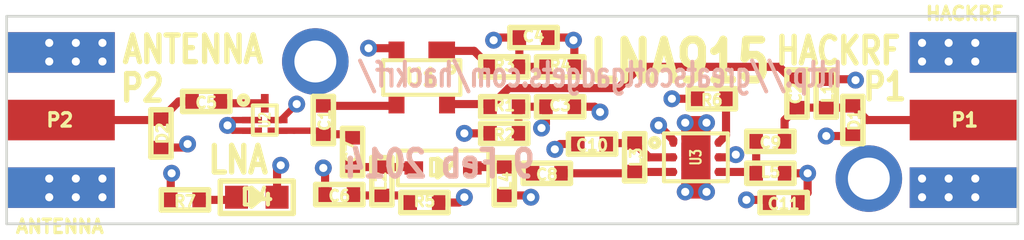
<source format=kicad_pcb>
(kicad_pcb (version 3) (host pcbnew "(2013-07-24 BZR 4024)-stable")

  (general
    (links 97)
    (no_connects 6)
    (area 124.5976 95.137423 163.4024 105.05496)
    (thickness 1.6)
    (drawings 14)
    (tracks 143)
    (zones 0)
    (modules 34)
    (nets 18)
  )

  (page A4)
  (layers
    (15 C1F signal)
    (2 C2 power)
    (1 C3 power)
    (0 C4B signal)
    (16 B.Adhes user)
    (17 F.Adhes user)
    (18 B.Paste user)
    (19 F.Paste user)
    (20 B.SilkS user)
    (21 F.SilkS user)
    (22 B.Mask user)
    (23 F.Mask user)
    (25 Cmts.User user)
    (28 Edge.Cuts user)
  )

  (setup
    (last_trace_width 0.3048)
    (user_trace_width 0.2032)
    (user_trace_width 0.24)
    (user_trace_width 0.3048)
    (trace_clearance 0.1524)
    (zone_clearance 0.254)
    (zone_45_only no)
    (trace_min 0.1524)
    (segment_width 0.2)
    (edge_width 0.1)
    (via_size 0.635)
    (via_drill 0.3048)
    (via_min_size 0.4572)
    (via_min_drill 0.254)
    (uvia_size 0.508)
    (uvia_drill 0.127)
    (uvias_allowed no)
    (uvia_min_size 0.4572)
    (uvia_min_drill 0.127)
    (pcb_text_width 0.3)
    (pcb_text_size 1.5 1.5)
    (mod_edge_width 0.15)
    (mod_text_size 1 1)
    (mod_text_width 0.15)
    (pad_size 2.5 2.5)
    (pad_drill 1.5748)
    (pad_to_mask_clearance 0.0762)
    (pad_to_paste_clearance_ratio -0.12)
    (aux_axis_origin 0 0)
    (visible_elements FFFFFBBF)
    (pcbplotparams
      (layerselection 284721159)
      (usegerberextensions true)
      (excludeedgelayer true)
      (linewidth 0.150000)
      (plotframeref false)
      (viasonmask false)
      (mode 1)
      (useauxorigin false)
      (hpglpennumber 1)
      (hpglpenspeed 20)
      (hpglpendiameter 15)
      (hpglpenoverlay 2)
      (psnegative false)
      (psa4output false)
      (plotreference false)
      (plotvalue false)
      (plotothertext true)
      (plotinvisibletext false)
      (padsonsilk false)
      (subtractmaskfromsilk false)
      (outputformat 1)
      (mirror false)
      (drillshape 0)
      (scaleselection 1)
      (outputdirectory gerbers))
  )

  (net 0 "")
  (net 1 GND)
  (net 2 N-0000010)
  (net 3 N-0000011)
  (net 4 N-0000012)
  (net 5 N-0000013)
  (net 6 N-0000014)
  (net 7 N-0000015)
  (net 8 N-0000016)
  (net 9 N-0000017)
  (net 10 N-000002)
  (net 11 N-000004)
  (net 12 N-000005)
  (net 13 N-000006)
  (net 14 N-000007)
  (net 15 N-000008)
  (net 16 N-000009)
  (net 17 VCC)

  (net_class Default "This is the default net class."
    (clearance 0.1524)
    (trace_width 0.1524)
    (via_dia 0.635)
    (via_drill 0.3048)
    (uvia_dia 0.508)
    (uvia_drill 0.127)
    (add_net "")
    (add_net GND)
    (add_net N-0000010)
    (add_net N-0000011)
    (add_net N-0000012)
    (add_net N-0000013)
    (add_net N-0000014)
    (add_net N-0000015)
    (add_net N-0000016)
    (add_net N-0000017)
    (add_net N-000002)
    (add_net N-000004)
    (add_net N-000005)
    (add_net N-000006)
    (add_net N-000007)
    (add_net N-000008)
    (add_net N-000009)
    (add_net VCC)
  )

  (module GSG-SOD323 (layer C1F) (tedit 52F6A9EE) (tstamp 52F6BFBE)
    (at 141.4 101.8)
    (path /52F440C5)
    (solder_mask_margin 0.1016)
    (fp_text reference D3 (at 0 0) (layer F.SilkS)
      (effects (font (size 0.6096 0.6096) (thickness 0.1524)))
    )
    (fp_text value PIN (at 0 0) (layer F.SilkS) hide
      (effects (font (size 0.6096 0.6096) (thickness 0.1524)))
    )
    (fp_line (start -1.7 -0.65) (end 1.7 -0.65) (layer F.SilkS) (width 0.15))
    (fp_line (start 1.7 -0.65) (end 1.7 0.65) (layer F.SilkS) (width 0.15))
    (fp_line (start 1.7 0.65) (end -1.7 0.65) (layer F.SilkS) (width 0.15))
    (fp_line (start -1.7 0.65) (end -1.7 -0.65) (layer F.SilkS) (width 0.15))
    (fp_line (start -0.0508 0.0762) (end -0.0508 -0.0762) (layer F.SilkS) (width 0.2032))
    (fp_line (start 0.2032 0) (end -0.2032 -0.3302) (layer F.SilkS) (width 0.2032))
    (fp_line (start -0.2032 -0.3302) (end -0.2032 0.3302) (layer F.SilkS) (width 0.2032))
    (fp_line (start -0.2032 0.3302) (end 0.2032 0) (layer F.SilkS) (width 0.2032))
    (pad 2 smd rect (at 1.1 0) (size 0.7 0.5)
      (layers C1F F.Paste F.Mask)
      (net 10 N-000002)
      (die_length 0.04572)
      (solder_mask_margin 0.1016)
      (clearance 0.1778)
    )
    (pad 1 smd rect (at -1.1 0) (size 0.7 0.5)
      (layers C1F F.Paste F.Mask)
      (net 13 N-000006)
      (die_length 0.08382)
      (solder_mask_margin 0.1016)
      (clearance 0.1778)
    )
  )

  (module GSG-F5Q (layer C1F) (tedit 52F6AFAA) (tstamp 52F6BFDE)
    (at 134.7 100 270)
    (path /52F44412)
    (fp_text reference U2 (at 0 0 270) (layer F.SilkS)
      (effects (font (size 0.39878 0.29972) (thickness 0.07493)))
    )
    (fp_text value SAW (at 0 0 270) (layer F.SilkS) hide
      (effects (font (size 0.39878 0.29972) (thickness 0.0762)))
    )
    (fp_line (start -0.55 -0.45) (end 0.55 -0.45) (layer F.SilkS) (width 0.15))
    (fp_line (start 0.55 -0.45) (end 0.55 0.45) (layer F.SilkS) (width 0.15))
    (fp_line (start 0.55 0.45) (end -0.55 0.45) (layer F.SilkS) (width 0.15))
    (fp_line (start -0.55 0.45) (end -0.55 -0.45) (layer F.SilkS) (width 0.15))
    (fp_circle (center -0.74958 0.8) (end -0.69878 0.8) (layer F.SilkS) (width 0.2032))
    (pad 1 smd rect (at -0.63 0 270) (size 0.7 0.29)
      (layers C1F F.Paste F.Mask)
      (net 4 N-0000012)
      (die_length 3.40614)
    )
    (pad 3 smd rect (at 0.4 0.48 270) (size 0.24 0.75)
      (layers C1F F.Paste F.Mask)
      (net 1 GND)
      (die_length -2147.483648)
    )
    (pad 4 smd rect (at 0.4 -0.48 270) (size 0.24 0.75)
      (layers C1F F.Paste F.Mask)
      (net 2 N-0000010)
      (die_length -2147.483648)
    )
    (pad 2 smd rect (at 0 0.48 270) (size 0.24 0.75)
      (layers C1F F.Paste F.Mask)
      (net 1 GND)
      (die_length 3.40614)
    )
    (pad 5 smd rect (at 0 -0.48 270) (size 0.24 0.75)
      (layers C1F F.Paste F.Mask)
      (net 1 GND)
    )
  )

  (module GSG-0603D (layer C1F) (tedit 4CFF3010) (tstamp 52F6BFEC)
    (at 134.4 102.9)
    (path /52F51772)
    (solder_mask_margin 0.1016)
    (fp_text reference D4 (at 0 0) (layer F.SilkS)
      (effects (font (size 0.6096 0.6096) (thickness 0.1524)))
    )
    (fp_text value LNALED (at 0 0) (layer F.SilkS) hide
      (effects (font (size 0.6096 0.6096) (thickness 0.1524)))
    )
    (fp_line (start -0.0508 0.0762) (end -0.0508 -0.0762) (layer F.SilkS) (width 0.2032))
    (fp_line (start 0.2032 0) (end -0.2032 -0.3302) (layer F.SilkS) (width 0.2032))
    (fp_line (start -0.2032 -0.3302) (end -0.2032 0.3302) (layer F.SilkS) (width 0.2032))
    (fp_line (start -0.2032 0.3302) (end 0.2032 0) (layer F.SilkS) (width 0.2032))
    (fp_line (start 1.3716 -0.6096) (end -1.3716 -0.6096) (layer F.SilkS) (width 0.2032))
    (fp_line (start -1.3716 -0.6096) (end -1.3716 0.6096) (layer F.SilkS) (width 0.2032))
    (fp_line (start -1.3716 0.6096) (end 1.3716 0.6096) (layer F.SilkS) (width 0.2032))
    (fp_line (start 1.3716 0.6096) (end 1.3716 -0.6096) (layer F.SilkS) (width 0.2032))
    (pad 2 smd rect (at 0.762 0) (size 0.8636 0.8636)
      (layers C1F F.Paste F.Mask)
      (net 1 GND)
      (die_length 0.04572)
      (solder_mask_margin 0.1016)
      (clearance 0.1778)
    )
    (pad 1 smd rect (at -0.762 0) (size 0.8636 0.8636)
      (layers C1F F.Paste F.Mask)
      (net 16 N-000009)
      (die_length 0.08382)
      (solder_mask_margin 0.1016)
      (clearance 0.1778)
    )
  )

  (module GSG-0402 (layer C1F) (tedit 4FB6CFE4) (tstamp 52F6BFF6)
    (at 137.5 102.8)
    (path /52F69BA3)
    (solder_mask_margin 0.1016)
    (fp_text reference C6 (at 0 0.0508) (layer F.SilkS)
      (effects (font (size 0.4064 0.4064) (thickness 0.1016)))
    )
    (fp_text value 1nF (at 0 0.0508) (layer F.SilkS) hide
      (effects (font (size 0.4064 0.4064) (thickness 0.1016)))
    )
    (fp_line (start 0.889 -0.381) (end 0.889 0.381) (layer F.SilkS) (width 0.2032))
    (fp_line (start 0.889 0.381) (end -0.889 0.381) (layer F.SilkS) (width 0.2032))
    (fp_line (start -0.889 0.381) (end -0.889 -0.381) (layer F.SilkS) (width 0.2032))
    (fp_line (start -0.889 -0.381) (end 0.889 -0.381) (layer F.SilkS) (width 0.2032))
    (pad 2 smd rect (at 0.5334 0) (size 0.508 0.5588)
      (layers C1F F.Paste F.Mask)
      (net 3 N-0000011)
      (solder_mask_margin 0.1016)
    )
    (pad 1 smd rect (at -0.5334 0) (size 0.508 0.5588)
      (layers C1F F.Paste F.Mask)
      (net 1 GND)
      (die_length -2147.483648)
      (solder_mask_margin 0.1016)
    )
  )

  (module GSG-0402 (layer C1F) (tedit 4FB6CFE4) (tstamp 52F6C000)
    (at 143.7 100.5)
    (path /52F6A598)
    (solder_mask_margin 0.1016)
    (fp_text reference R2 (at 0 0.0508) (layer F.SilkS)
      (effects (font (size 0.4064 0.4064) (thickness 0.1016)))
    )
    (fp_text value 100k (at 0 0.0508) (layer F.SilkS) hide
      (effects (font (size 0.4064 0.4064) (thickness 0.1016)))
    )
    (fp_line (start 0.889 -0.381) (end 0.889 0.381) (layer F.SilkS) (width 0.2032))
    (fp_line (start 0.889 0.381) (end -0.889 0.381) (layer F.SilkS) (width 0.2032))
    (fp_line (start -0.889 0.381) (end -0.889 -0.381) (layer F.SilkS) (width 0.2032))
    (fp_line (start -0.889 -0.381) (end 0.889 -0.381) (layer F.SilkS) (width 0.2032))
    (pad 2 smd rect (at 0.5334 0) (size 0.508 0.5588)
      (layers C1F F.Paste F.Mask)
      (net 17 VCC)
      (solder_mask_margin 0.1016)
    )
    (pad 1 smd rect (at -0.5334 0) (size 0.508 0.5588)
      (layers C1F F.Paste F.Mask)
      (net 1 GND)
      (die_length -2147.483648)
      (solder_mask_margin 0.1016)
    )
  )

  (module GSG-0402 (layer C1F) (tedit 4FB6CFE4) (tstamp 52F6C00A)
    (at 138 101.2 270)
    (path /52F69E98)
    (solder_mask_margin 0.1016)
    (fp_text reference C7 (at 0 0.0508 270) (layer F.SilkS)
      (effects (font (size 0.4064 0.4064) (thickness 0.1016)))
    )
    (fp_text value 100pF (at 0 0.0508 270) (layer F.SilkS) hide
      (effects (font (size 0.4064 0.4064) (thickness 0.1016)))
    )
    (fp_line (start 0.889 -0.381) (end 0.889 0.381) (layer F.SilkS) (width 0.2032))
    (fp_line (start 0.889 0.381) (end -0.889 0.381) (layer F.SilkS) (width 0.2032))
    (fp_line (start -0.889 0.381) (end -0.889 -0.381) (layer F.SilkS) (width 0.2032))
    (fp_line (start -0.889 -0.381) (end 0.889 -0.381) (layer F.SilkS) (width 0.2032))
    (pad 2 smd rect (at 0.5334 0 270) (size 0.508 0.5588)
      (layers C1F F.Paste F.Mask)
      (net 13 N-000006)
      (solder_mask_margin 0.1016)
    )
    (pad 1 smd rect (at -0.5334 0 270) (size 0.508 0.5588)
      (layers C1F F.Paste F.Mask)
      (net 2 N-0000010)
      (die_length -2147.483648)
      (solder_mask_margin 0.1016)
    )
  )

  (module GSG-0402 (layer C1F) (tedit 4FB6CFE4) (tstamp 52F6C014)
    (at 145.3 102)
    (path /52F69EB1)
    (solder_mask_margin 0.1016)
    (fp_text reference C8 (at 0 0.0508) (layer F.SilkS)
      (effects (font (size 0.4064 0.4064) (thickness 0.1016)))
    )
    (fp_text value 100pF (at 0 0.0508) (layer F.SilkS) hide
      (effects (font (size 0.4064 0.4064) (thickness 0.1016)))
    )
    (fp_line (start 0.889 -0.381) (end 0.889 0.381) (layer F.SilkS) (width 0.2032))
    (fp_line (start 0.889 0.381) (end -0.889 0.381) (layer F.SilkS) (width 0.2032))
    (fp_line (start -0.889 0.381) (end -0.889 -0.381) (layer F.SilkS) (width 0.2032))
    (fp_line (start -0.889 -0.381) (end 0.889 -0.381) (layer F.SilkS) (width 0.2032))
    (pad 2 smd rect (at 0.5334 0) (size 0.508 0.5588)
      (layers C1F F.Paste F.Mask)
      (net 8 N-0000016)
      (solder_mask_margin 0.1016)
    )
    (pad 1 smd rect (at -0.5334 0) (size 0.508 0.5588)
      (layers C1F F.Paste F.Mask)
      (net 10 N-000002)
      (die_length -2147.483648)
      (solder_mask_margin 0.1016)
    )
  )

  (module GSG-0402 (layer C1F) (tedit 4FB6CFE4) (tstamp 52F6C01E)
    (at 153.7 100.8)
    (path /52F69EBA)
    (solder_mask_margin 0.1016)
    (fp_text reference C9 (at 0 0.0508) (layer F.SilkS)
      (effects (font (size 0.4064 0.4064) (thickness 0.1016)))
    )
    (fp_text value 100pF (at 0 0.0508) (layer F.SilkS) hide
      (effects (font (size 0.4064 0.4064) (thickness 0.1016)))
    )
    (fp_line (start 0.889 -0.381) (end 0.889 0.381) (layer F.SilkS) (width 0.2032))
    (fp_line (start 0.889 0.381) (end -0.889 0.381) (layer F.SilkS) (width 0.2032))
    (fp_line (start -0.889 0.381) (end -0.889 -0.381) (layer F.SilkS) (width 0.2032))
    (fp_line (start -0.889 -0.381) (end 0.889 -0.381) (layer F.SilkS) (width 0.2032))
    (pad 2 smd rect (at 0.5334 0) (size 0.508 0.5588)
      (layers C1F F.Paste F.Mask)
      (net 6 N-0000014)
      (solder_mask_margin 0.1016)
    )
    (pad 1 smd rect (at -0.5334 0) (size 0.508 0.5588)
      (layers C1F F.Paste F.Mask)
      (net 7 N-0000015)
      (die_length -2147.483648)
      (solder_mask_margin 0.1016)
    )
  )

  (module GSG-0402 (layer C1F) (tedit 4FB6CFE4) (tstamp 52F6C028)
    (at 154.7 99 270)
    (path /52F69EC3)
    (solder_mask_margin 0.1016)
    (fp_text reference C2 (at 0 0.0508 270) (layer F.SilkS)
      (effects (font (size 0.4064 0.4064) (thickness 0.1016)))
    )
    (fp_text value 100pF (at 0 0.0508 270) (layer F.SilkS) hide
      (effects (font (size 0.4064 0.4064) (thickness 0.1016)))
    )
    (fp_line (start 0.889 -0.381) (end 0.889 0.381) (layer F.SilkS) (width 0.2032))
    (fp_line (start 0.889 0.381) (end -0.889 0.381) (layer F.SilkS) (width 0.2032))
    (fp_line (start -0.889 0.381) (end -0.889 -0.381) (layer F.SilkS) (width 0.2032))
    (fp_line (start -0.889 -0.381) (end 0.889 -0.381) (layer F.SilkS) (width 0.2032))
    (pad 2 smd rect (at 0.5334 0 270) (size 0.508 0.5588)
      (layers C1F F.Paste F.Mask)
      (net 6 N-0000014)
      (solder_mask_margin 0.1016)
    )
    (pad 1 smd rect (at -0.5334 0 270) (size 0.508 0.5588)
      (layers C1F F.Paste F.Mask)
      (net 12 N-000005)
      (die_length -2147.483648)
      (solder_mask_margin 0.1016)
    )
  )

  (module GSG-0402 (layer C1F) (tedit 4FB6CFE4) (tstamp 52F6C032)
    (at 136.9 100 90)
    (path /52F69ECC)
    (solder_mask_margin 0.1016)
    (fp_text reference C1 (at 0 0.0508 90) (layer F.SilkS)
      (effects (font (size 0.4064 0.4064) (thickness 0.1016)))
    )
    (fp_text value 100pF (at 0 0.0508 90) (layer F.SilkS) hide
      (effects (font (size 0.4064 0.4064) (thickness 0.1016)))
    )
    (fp_line (start 0.889 -0.381) (end 0.889 0.381) (layer F.SilkS) (width 0.2032))
    (fp_line (start 0.889 0.381) (end -0.889 0.381) (layer F.SilkS) (width 0.2032))
    (fp_line (start -0.889 0.381) (end -0.889 -0.381) (layer F.SilkS) (width 0.2032))
    (fp_line (start -0.889 -0.381) (end 0.889 -0.381) (layer F.SilkS) (width 0.2032))
    (pad 2 smd rect (at 0.5334 0 90) (size 0.508 0.5588)
      (layers C1F F.Paste F.Mask)
      (net 11 N-000004)
      (solder_mask_margin 0.1016)
    )
    (pad 1 smd rect (at -0.5334 0 90) (size 0.508 0.5588)
      (layers C1F F.Paste F.Mask)
      (net 2 N-0000010)
      (die_length -2147.483648)
      (solder_mask_margin 0.1016)
    )
  )

  (module GSG-0402 (layer C1F) (tedit 4FB6CFE4) (tstamp 52F6C03C)
    (at 154.2 103.1)
    (path /52F69F2A)
    (solder_mask_margin 0.1016)
    (fp_text reference C11 (at 0 0.0508) (layer F.SilkS)
      (effects (font (size 0.4064 0.4064) (thickness 0.1016)))
    )
    (fp_text value 1uF (at 0 0.0508) (layer F.SilkS) hide
      (effects (font (size 0.4064 0.4064) (thickness 0.1016)))
    )
    (fp_line (start 0.889 -0.381) (end 0.889 0.381) (layer F.SilkS) (width 0.2032))
    (fp_line (start 0.889 0.381) (end -0.889 0.381) (layer F.SilkS) (width 0.2032))
    (fp_line (start -0.889 0.381) (end -0.889 -0.381) (layer F.SilkS) (width 0.2032))
    (fp_line (start -0.889 -0.381) (end 0.889 -0.381) (layer F.SilkS) (width 0.2032))
    (pad 2 smd rect (at 0.5334 0) (size 0.508 0.5588)
      (layers C1F F.Paste F.Mask)
      (net 17 VCC)
      (solder_mask_margin 0.1016)
    )
    (pad 1 smd rect (at -0.5334 0) (size 0.508 0.5588)
      (layers C1F F.Paste F.Mask)
      (net 1 GND)
      (die_length -2147.483648)
      (solder_mask_margin 0.1016)
    )
  )

  (module GSG-0402 (layer C1F) (tedit 4FB6CFE4) (tstamp 52F6C046)
    (at 130.8 100.5 90)
    (path /52F69FCE)
    (solder_mask_margin 0.1016)
    (fp_text reference D2 (at 0 0.0508 90) (layer F.SilkS)
      (effects (font (size 0.4064 0.4064) (thickness 0.1016)))
    )
    (fp_text value GSG-DIODE-TVS-BI (at 0 0.0508 90) (layer F.SilkS) hide
      (effects (font (size 0.4064 0.4064) (thickness 0.1016)))
    )
    (fp_line (start 0.889 -0.381) (end 0.889 0.381) (layer F.SilkS) (width 0.2032))
    (fp_line (start 0.889 0.381) (end -0.889 0.381) (layer F.SilkS) (width 0.2032))
    (fp_line (start -0.889 0.381) (end -0.889 -0.381) (layer F.SilkS) (width 0.2032))
    (fp_line (start -0.889 -0.381) (end 0.889 -0.381) (layer F.SilkS) (width 0.2032))
    (pad 2 smd rect (at 0.5334 0 90) (size 0.508 0.5588)
      (layers C1F F.Paste F.Mask)
      (net 15 N-000008)
      (solder_mask_margin 0.1016)
    )
    (pad 1 smd rect (at -0.5334 0 90) (size 0.508 0.5588)
      (layers C1F F.Paste F.Mask)
      (net 1 GND)
      (die_length -2147.483648)
      (solder_mask_margin 0.1016)
    )
  )

  (module GSG-0402 (layer C1F) (tedit 4FB6CFE4) (tstamp 52F6C050)
    (at 140.7 103.1 180)
    (path /52F6A21F)
    (solder_mask_margin 0.1016)
    (fp_text reference R5 (at 0 0.0508 180) (layer F.SilkS)
      (effects (font (size 0.4064 0.4064) (thickness 0.1016)))
    )
    (fp_text value 470 (at 0 0.0508 180) (layer F.SilkS) hide
      (effects (font (size 0.4064 0.4064) (thickness 0.1016)))
    )
    (fp_line (start 0.889 -0.381) (end 0.889 0.381) (layer F.SilkS) (width 0.2032))
    (fp_line (start 0.889 0.381) (end -0.889 0.381) (layer F.SilkS) (width 0.2032))
    (fp_line (start -0.889 0.381) (end -0.889 -0.381) (layer F.SilkS) (width 0.2032))
    (fp_line (start -0.889 -0.381) (end 0.889 -0.381) (layer F.SilkS) (width 0.2032))
    (pad 2 smd rect (at 0.5334 0 180) (size 0.508 0.5588)
      (layers C1F F.Paste F.Mask)
      (net 3 N-0000011)
      (solder_mask_margin 0.1016)
    )
    (pad 1 smd rect (at -0.5334 0 180) (size 0.508 0.5588)
      (layers C1F F.Paste F.Mask)
      (net 17 VCC)
      (die_length -2147.483648)
      (solder_mask_margin 0.1016)
    )
  )

  (module GSG-0402 (layer C1F) (tedit 4FB6CFE4) (tstamp 52F6C05A)
    (at 144.8 96.9 180)
    (path /52F6A3F1)
    (solder_mask_margin 0.1016)
    (fp_text reference C4 (at 0 0.0508 180) (layer F.SilkS)
      (effects (font (size 0.4064 0.4064) (thickness 0.1016)))
    )
    (fp_text value 1nF (at 0 0.0508 180) (layer F.SilkS) hide
      (effects (font (size 0.4064 0.4064) (thickness 0.1016)))
    )
    (fp_line (start 0.889 -0.381) (end 0.889 0.381) (layer F.SilkS) (width 0.2032))
    (fp_line (start 0.889 0.381) (end -0.889 0.381) (layer F.SilkS) (width 0.2032))
    (fp_line (start -0.889 0.381) (end -0.889 -0.381) (layer F.SilkS) (width 0.2032))
    (fp_line (start -0.889 -0.381) (end 0.889 -0.381) (layer F.SilkS) (width 0.2032))
    (pad 2 smd rect (at 0.5334 0 180) (size 0.508 0.5588)
      (layers C1F F.Paste F.Mask)
      (net 17 VCC)
      (solder_mask_margin 0.1016)
    )
    (pad 1 smd rect (at -0.5334 0 180) (size 0.508 0.5588)
      (layers C1F F.Paste F.Mask)
      (net 1 GND)
      (die_length -2147.483648)
      (solder_mask_margin 0.1016)
    )
  )

  (module GSG-0402 (layer C1F) (tedit 4FB6CFE4) (tstamp 52F6D546)
    (at 145.8 99.5 180)
    (path /52F6A40A)
    (solder_mask_margin 0.1016)
    (fp_text reference C3 (at 0 0.0508 180) (layer F.SilkS)
      (effects (font (size 0.4064 0.4064) (thickness 0.1016)))
    )
    (fp_text value 1nF (at 0 0.0508 180) (layer F.SilkS) hide
      (effects (font (size 0.4064 0.4064) (thickness 0.1016)))
    )
    (fp_line (start 0.889 -0.381) (end 0.889 0.381) (layer F.SilkS) (width 0.2032))
    (fp_line (start 0.889 0.381) (end -0.889 0.381) (layer F.SilkS) (width 0.2032))
    (fp_line (start -0.889 0.381) (end -0.889 -0.381) (layer F.SilkS) (width 0.2032))
    (fp_line (start -0.889 -0.381) (end 0.889 -0.381) (layer F.SilkS) (width 0.2032))
    (pad 2 smd rect (at 0.5334 0 180) (size 0.508 0.5588)
      (layers C1F F.Paste F.Mask)
      (net 17 VCC)
      (solder_mask_margin 0.1016)
    )
    (pad 1 smd rect (at -0.5334 0 180) (size 0.508 0.5588)
      (layers C1F F.Paste F.Mask)
      (net 1 GND)
      (die_length -2147.483648)
      (solder_mask_margin 0.1016)
    )
  )

  (module GSG-0402 (layer C1F) (tedit 4FB6CFE4) (tstamp 52F6C06E)
    (at 139.1 102.3 270)
    (path /52F69884)
    (solder_mask_margin 0.1016)
    (fp_text reference L2 (at 0 0.0508 270) (layer F.SilkS)
      (effects (font (size 0.4064 0.4064) (thickness 0.1016)))
    )
    (fp_text value 39nH (at 0 0.0508 270) (layer F.SilkS) hide
      (effects (font (size 0.4064 0.4064) (thickness 0.1016)))
    )
    (fp_line (start 0.889 -0.381) (end 0.889 0.381) (layer F.SilkS) (width 0.2032))
    (fp_line (start 0.889 0.381) (end -0.889 0.381) (layer F.SilkS) (width 0.2032))
    (fp_line (start -0.889 0.381) (end -0.889 -0.381) (layer F.SilkS) (width 0.2032))
    (fp_line (start -0.889 -0.381) (end 0.889 -0.381) (layer F.SilkS) (width 0.2032))
    (pad 2 smd rect (at 0.5334 0 270) (size 0.508 0.5588)
      (layers C1F F.Paste F.Mask)
      (net 3 N-0000011)
      (solder_mask_margin 0.1016)
    )
    (pad 1 smd rect (at -0.5334 0 270) (size 0.508 0.5588)
      (layers C1F F.Paste F.Mask)
      (net 13 N-000006)
      (die_length -2147.483648)
      (solder_mask_margin 0.1016)
    )
  )

  (module GSG-0402 (layer C1F) (tedit 4FB6CFE4) (tstamp 52F6C078)
    (at 143.7 102.3 90)
    (path /52F6975B)
    (solder_mask_margin 0.1016)
    (fp_text reference L4 (at 0 0.0508 90) (layer F.SilkS)
      (effects (font (size 0.4064 0.4064) (thickness 0.1016)))
    )
    (fp_text value 39nH (at 0 0.0508 90) (layer F.SilkS) hide
      (effects (font (size 0.4064 0.4064) (thickness 0.1016)))
    )
    (fp_line (start 0.889 -0.381) (end 0.889 0.381) (layer F.SilkS) (width 0.2032))
    (fp_line (start 0.889 0.381) (end -0.889 0.381) (layer F.SilkS) (width 0.2032))
    (fp_line (start -0.889 0.381) (end -0.889 -0.381) (layer F.SilkS) (width 0.2032))
    (fp_line (start -0.889 -0.381) (end 0.889 -0.381) (layer F.SilkS) (width 0.2032))
    (pad 2 smd rect (at 0.5334 0 90) (size 0.508 0.5588)
      (layers C1F F.Paste F.Mask)
      (net 10 N-000002)
      (solder_mask_margin 0.1016)
    )
    (pad 1 smd rect (at -0.5334 0 90) (size 0.508 0.5588)
      (layers C1F F.Paste F.Mask)
      (net 1 GND)
      (die_length -2147.483648)
      (solder_mask_margin 0.1016)
    )
  )

  (module GSG-0402 (layer C1F) (tedit 4FB6CFE4) (tstamp 52F6D5E2)
    (at 145.8 98 180)
    (path /52F69223)
    (solder_mask_margin 0.1016)
    (fp_text reference R4 (at 0 0.0508 180) (layer F.SilkS)
      (effects (font (size 0.4064 0.4064) (thickness 0.1016)))
    )
    (fp_text value 100k (at 0 0.0508 180) (layer F.SilkS) hide
      (effects (font (size 0.4064 0.4064) (thickness 0.1016)))
    )
    (fp_line (start 0.889 -0.381) (end 0.889 0.381) (layer F.SilkS) (width 0.2032))
    (fp_line (start 0.889 0.381) (end -0.889 0.381) (layer F.SilkS) (width 0.2032))
    (fp_line (start -0.889 0.381) (end -0.889 -0.381) (layer F.SilkS) (width 0.2032))
    (fp_line (start -0.889 -0.381) (end 0.889 -0.381) (layer F.SilkS) (width 0.2032))
    (pad 2 smd rect (at 0.5334 0 180) (size 0.508 0.5588)
      (layers C1F F.Paste F.Mask)
      (net 17 VCC)
      (solder_mask_margin 0.1016)
    )
    (pad 1 smd rect (at -0.5334 0 180) (size 0.508 0.5588)
      (layers C1F F.Paste F.Mask)
      (net 1 GND)
      (die_length -2147.483648)
      (solder_mask_margin 0.1016)
    )
  )

  (module GSG-0402 (layer C1F) (tedit 4FB6CFE4) (tstamp 52F6C08C)
    (at 143.7 98 180)
    (path /52F6921D)
    (solder_mask_margin 0.1016)
    (fp_text reference R3 (at 0 0.0508 180) (layer F.SilkS)
      (effects (font (size 0.4064 0.4064) (thickness 0.1016)))
    )
    (fp_text value 4k7 (at 0 0.0508 180) (layer F.SilkS) hide
      (effects (font (size 0.4064 0.4064) (thickness 0.1016)))
    )
    (fp_line (start 0.889 -0.381) (end 0.889 0.381) (layer F.SilkS) (width 0.2032))
    (fp_line (start 0.889 0.381) (end -0.889 0.381) (layer F.SilkS) (width 0.2032))
    (fp_line (start -0.889 0.381) (end -0.889 -0.381) (layer F.SilkS) (width 0.2032))
    (fp_line (start -0.889 -0.381) (end 0.889 -0.381) (layer F.SilkS) (width 0.2032))
    (pad 2 smd rect (at 0.5334 0 180) (size 0.508 0.5588)
      (layers C1F F.Paste F.Mask)
      (net 14 N-000007)
      (solder_mask_margin 0.1016)
    )
    (pad 1 smd rect (at -0.5334 0 180) (size 0.508 0.5588)
      (layers C1F F.Paste F.Mask)
      (net 17 VCC)
      (die_length -2147.483648)
      (solder_mask_margin 0.1016)
    )
  )

  (module GSG-0402 (layer C1F) (tedit 4FB6CFE4) (tstamp 52F6C096)
    (at 143.7 99.5 180)
    (path /52F6905B)
    (solder_mask_margin 0.1016)
    (fp_text reference R1 (at 0 0.0508 180) (layer F.SilkS)
      (effects (font (size 0.4064 0.4064) (thickness 0.1016)))
    )
    (fp_text value 47k (at 0 0.0508 180) (layer F.SilkS) hide
      (effects (font (size 0.4064 0.4064) (thickness 0.1016)))
    )
    (fp_line (start 0.889 -0.381) (end 0.889 0.381) (layer F.SilkS) (width 0.2032))
    (fp_line (start 0.889 0.381) (end -0.889 0.381) (layer F.SilkS) (width 0.2032))
    (fp_line (start -0.889 0.381) (end -0.889 -0.381) (layer F.SilkS) (width 0.2032))
    (fp_line (start -0.889 -0.381) (end 0.889 -0.381) (layer F.SilkS) (width 0.2032))
    (pad 2 smd rect (at 0.5334 0 180) (size 0.508 0.5588)
      (layers C1F F.Paste F.Mask)
      (net 12 N-000005)
      (solder_mask_margin 0.1016)
    )
    (pad 1 smd rect (at -0.5334 0 180) (size 0.508 0.5588)
      (layers C1F F.Paste F.Mask)
      (net 17 VCC)
      (die_length -2147.483648)
      (solder_mask_margin 0.1016)
    )
  )

  (module GSG-0402 (layer C1F) (tedit 4FB6CFE4) (tstamp 52F6C0A0)
    (at 131.7 103)
    (path /52F68CBB)
    (solder_mask_margin 0.1016)
    (fp_text reference R7 (at 0 0.0508) (layer F.SilkS)
      (effects (font (size 0.4064 0.4064) (thickness 0.1016)))
    )
    (fp_text value 470 (at 0 0.0508) (layer F.SilkS) hide
      (effects (font (size 0.4064 0.4064) (thickness 0.1016)))
    )
    (fp_line (start 0.889 -0.381) (end 0.889 0.381) (layer F.SilkS) (width 0.2032))
    (fp_line (start 0.889 0.381) (end -0.889 0.381) (layer F.SilkS) (width 0.2032))
    (fp_line (start -0.889 0.381) (end -0.889 -0.381) (layer F.SilkS) (width 0.2032))
    (fp_line (start -0.889 -0.381) (end 0.889 -0.381) (layer F.SilkS) (width 0.2032))
    (pad 2 smd rect (at 0.5334 0) (size 0.508 0.5588)
      (layers C1F F.Paste F.Mask)
      (net 16 N-000009)
      (solder_mask_margin 0.1016)
    )
    (pad 1 smd rect (at -0.5334 0) (size 0.508 0.5588)
      (layers C1F F.Paste F.Mask)
      (net 17 VCC)
      (die_length -2147.483648)
      (solder_mask_margin 0.1016)
    )
  )

  (module GSG-0402 (layer C1F) (tedit 4FB6CFE4) (tstamp 52F6C0AA)
    (at 155.8 99 90)
    (path /52F68C64)
    (solder_mask_margin 0.1016)
    (fp_text reference L1 (at 0 0.0508 90) (layer F.SilkS)
      (effects (font (size 0.4064 0.4064) (thickness 0.1016)))
    )
    (fp_text value 39nH (at 0 0.0508 90) (layer F.SilkS) hide
      (effects (font (size 0.4064 0.4064) (thickness 0.1016)))
    )
    (fp_line (start 0.889 -0.381) (end 0.889 0.381) (layer F.SilkS) (width 0.2032))
    (fp_line (start 0.889 0.381) (end -0.889 0.381) (layer F.SilkS) (width 0.2032))
    (fp_line (start -0.889 0.381) (end -0.889 -0.381) (layer F.SilkS) (width 0.2032))
    (fp_line (start -0.889 -0.381) (end 0.889 -0.381) (layer F.SilkS) (width 0.2032))
    (pad 2 smd rect (at 0.5334 0 90) (size 0.508 0.5588)
      (layers C1F F.Paste F.Mask)
      (net 17 VCC)
      (solder_mask_margin 0.1016)
    )
    (pad 1 smd rect (at -0.5334 0 90) (size 0.508 0.5588)
      (layers C1F F.Paste F.Mask)
      (net 6 N-0000014)
      (die_length -2147.483648)
      (solder_mask_margin 0.1016)
    )
  )

  (module GSG-0402 (layer C1F) (tedit 4FB6CFE4) (tstamp 52F6C0B4)
    (at 148.6 101.4 90)
    (path /52F68C24)
    (solder_mask_margin 0.1016)
    (fp_text reference L3 (at 0 0.0508 90) (layer F.SilkS)
      (effects (font (size 0.4064 0.4064) (thickness 0.1016)))
    )
    (fp_text value 39nH (at 0 0.0508 90) (layer F.SilkS) hide
      (effects (font (size 0.4064 0.4064) (thickness 0.1016)))
    )
    (fp_line (start 0.889 -0.381) (end 0.889 0.381) (layer F.SilkS) (width 0.2032))
    (fp_line (start 0.889 0.381) (end -0.889 0.381) (layer F.SilkS) (width 0.2032))
    (fp_line (start -0.889 0.381) (end -0.889 -0.381) (layer F.SilkS) (width 0.2032))
    (fp_line (start -0.889 -0.381) (end 0.889 -0.381) (layer F.SilkS) (width 0.2032))
    (pad 2 smd rect (at 0.5334 0 90) (size 0.508 0.5588)
      (layers C1F F.Paste F.Mask)
      (net 9 N-0000017)
      (solder_mask_margin 0.1016)
    )
    (pad 1 smd rect (at -0.5334 0 90) (size 0.508 0.5588)
      (layers C1F F.Paste F.Mask)
      (net 8 N-0000016)
      (die_length -2147.483648)
      (solder_mask_margin 0.1016)
    )
  )

  (module GSG-0402 (layer C1F) (tedit 4FB6CFE4) (tstamp 52F6C0BE)
    (at 147 100.9)
    (path /52F68A00)
    (solder_mask_margin 0.1016)
    (fp_text reference C10 (at 0 0.0508) (layer F.SilkS)
      (effects (font (size 0.4064 0.4064) (thickness 0.1016)))
    )
    (fp_text value 1uF (at 0 0.0508) (layer F.SilkS) hide
      (effects (font (size 0.4064 0.4064) (thickness 0.1016)))
    )
    (fp_line (start 0.889 -0.381) (end 0.889 0.381) (layer F.SilkS) (width 0.2032))
    (fp_line (start 0.889 0.381) (end -0.889 0.381) (layer F.SilkS) (width 0.2032))
    (fp_line (start -0.889 0.381) (end -0.889 -0.381) (layer F.SilkS) (width 0.2032))
    (fp_line (start -0.889 -0.381) (end 0.889 -0.381) (layer F.SilkS) (width 0.2032))
    (pad 2 smd rect (at 0.5334 0) (size 0.508 0.5588)
      (layers C1F F.Paste F.Mask)
      (net 9 N-0000017)
      (solder_mask_margin 0.1016)
    )
    (pad 1 smd rect (at -0.5334 0) (size 0.508 0.5588)
      (layers C1F F.Paste F.Mask)
      (net 1 GND)
      (die_length -2147.483648)
      (solder_mask_margin 0.1016)
    )
  )

  (module GSG-0402 (layer C1F) (tedit 4FB6CFE4) (tstamp 52F6C0C8)
    (at 153.7 102 180)
    (path /52F688CD)
    (solder_mask_margin 0.1016)
    (fp_text reference L5 (at 0 0.0508 180) (layer F.SilkS)
      (effects (font (size 0.4064 0.4064) (thickness 0.1016)))
    )
    (fp_text value 39nH (at 0 0.0508 180) (layer F.SilkS) hide
      (effects (font (size 0.4064 0.4064) (thickness 0.1016)))
    )
    (fp_line (start 0.889 -0.381) (end 0.889 0.381) (layer F.SilkS) (width 0.2032))
    (fp_line (start 0.889 0.381) (end -0.889 0.381) (layer F.SilkS) (width 0.2032))
    (fp_line (start -0.889 0.381) (end -0.889 -0.381) (layer F.SilkS) (width 0.2032))
    (fp_line (start -0.889 -0.381) (end 0.889 -0.381) (layer F.SilkS) (width 0.2032))
    (pad 2 smd rect (at 0.5334 0 180) (size 0.508 0.5588)
      (layers C1F F.Paste F.Mask)
      (net 7 N-0000015)
      (solder_mask_margin 0.1016)
    )
    (pad 1 smd rect (at -0.5334 0 180) (size 0.508 0.5588)
      (layers C1F F.Paste F.Mask)
      (net 17 VCC)
      (die_length -2147.483648)
      (solder_mask_margin 0.1016)
    )
  )

  (module GSG-0402 (layer C1F) (tedit 4FB6CFE4) (tstamp 52F6C0D2)
    (at 151.5 99.2)
    (path /52F68800)
    (solder_mask_margin 0.1016)
    (fp_text reference R6 (at 0 0.0508) (layer F.SilkS)
      (effects (font (size 0.4064 0.4064) (thickness 0.1016)))
    )
    (fp_text value 3k (at 0 0.0508) (layer F.SilkS) hide
      (effects (font (size 0.4064 0.4064) (thickness 0.1016)))
    )
    (fp_line (start 0.889 -0.381) (end 0.889 0.381) (layer F.SilkS) (width 0.2032))
    (fp_line (start 0.889 0.381) (end -0.889 0.381) (layer F.SilkS) (width 0.2032))
    (fp_line (start -0.889 0.381) (end -0.889 -0.381) (layer F.SilkS) (width 0.2032))
    (fp_line (start -0.889 -0.381) (end 0.889 -0.381) (layer F.SilkS) (width 0.2032))
    (pad 2 smd rect (at 0.5334 0) (size 0.508 0.5588)
      (layers C1F F.Paste F.Mask)
      (net 5 N-0000013)
      (solder_mask_margin 0.1016)
    )
    (pad 1 smd rect (at -0.5334 0) (size 0.508 0.5588)
      (layers C1F F.Paste F.Mask)
      (net 17 VCC)
      (die_length -2147.483648)
      (solder_mask_margin 0.1016)
    )
  )

  (module GSG-0402 (layer C1F) (tedit 4FB6CFE4) (tstamp 52F6C0DC)
    (at 132.5 99.3)
    (path /52F44170)
    (solder_mask_margin 0.1016)
    (fp_text reference C5 (at 0 0.0508) (layer F.SilkS)
      (effects (font (size 0.4064 0.4064) (thickness 0.1016)))
    )
    (fp_text value 100pF (at 0 0.0508) (layer F.SilkS) hide
      (effects (font (size 0.4064 0.4064) (thickness 0.1016)))
    )
    (fp_line (start 0.889 -0.381) (end 0.889 0.381) (layer F.SilkS) (width 0.2032))
    (fp_line (start 0.889 0.381) (end -0.889 0.381) (layer F.SilkS) (width 0.2032))
    (fp_line (start -0.889 0.381) (end -0.889 -0.381) (layer F.SilkS) (width 0.2032))
    (fp_line (start -0.889 -0.381) (end 0.889 -0.381) (layer F.SilkS) (width 0.2032))
    (pad 2 smd rect (at 0.5334 0) (size 0.508 0.5588)
      (layers C1F F.Paste F.Mask)
      (net 4 N-0000012)
      (solder_mask_margin 0.1016)
    )
    (pad 1 smd rect (at -0.5334 0) (size 0.508 0.5588)
      (layers C1F F.Paste F.Mask)
      (net 15 N-000008)
      (die_length -2147.483648)
      (solder_mask_margin 0.1016)
    )
  )

  (module GSG-0402 (layer C1F) (tedit 4FB6CFE4) (tstamp 52F6C0E6)
    (at 156.8 100 90)
    (path /52F44107)
    (solder_mask_margin 0.1016)
    (fp_text reference D1 (at 0 0.0508 90) (layer F.SilkS)
      (effects (font (size 0.4064 0.4064) (thickness 0.1016)))
    )
    (fp_text value GSG-DIODE-TVS-BI (at 0 0.0508 90) (layer F.SilkS) hide
      (effects (font (size 0.4064 0.4064) (thickness 0.1016)))
    )
    (fp_line (start 0.889 -0.381) (end 0.889 0.381) (layer F.SilkS) (width 0.2032))
    (fp_line (start 0.889 0.381) (end -0.889 0.381) (layer F.SilkS) (width 0.2032))
    (fp_line (start -0.889 0.381) (end -0.889 -0.381) (layer F.SilkS) (width 0.2032))
    (fp_line (start -0.889 -0.381) (end 0.889 -0.381) (layer F.SilkS) (width 0.2032))
    (pad 2 smd rect (at 0.5334 0 90) (size 0.508 0.5588)
      (layers C1F F.Paste F.Mask)
      (net 6 N-0000014)
      (solder_mask_margin 0.1016)
    )
    (pad 1 smd rect (at -0.5334 0 90) (size 0.508 0.5588)
      (layers C1F F.Paste F.Mask)
      (net 1 GND)
      (die_length -2147.483648)
      (solder_mask_margin 0.1016)
    )
  )

  (module GSG-SOT143 (layer C1F) (tedit 52F6BF63) (tstamp 52F6BF98)
    (at 140.6 98.4 180)
    (path /52F68FC4)
    (solder_mask_margin 0.1016)
    (fp_text reference U1 (at 0 0 180) (layer F.SilkS)
      (effects (font (size 0.6096 0.6096) (thickness 0.1524)))
    )
    (fp_text value SWITCH (at 0 0 180) (layer F.SilkS) hide
      (effects (font (size 0.6096 0.6096) (thickness 0.1524)))
    )
    (fp_circle (center -1.1 0.3) (end -1.15 0.3) (layer F.SilkS) (width 0.15))
    (fp_line (start -1.45 -0.65) (end 1.45 -0.65) (layer F.SilkS) (width 0.15))
    (fp_line (start 1.45 -0.65) (end 1.45 0.65) (layer F.SilkS) (width 0.15))
    (fp_line (start 1.45 0.65) (end -1.45 0.65) (layer F.SilkS) (width 0.15))
    (fp_line (start -1.45 0.65) (end -1.45 -0.65) (layer F.SilkS) (width 0.15))
    (pad 2 smd rect (at 0.95 1 180) (size 0.6 0.7)
      (layers C1F F.Paste F.Mask)
      (net 1 GND)
      (die_length 0.04572)
      (solder_mask_margin 0.1016)
      (clearance 0.1778)
    )
    (pad 1 smd rect (at -0.75 1 180) (size 1 0.7)
      (layers C1F F.Paste F.Mask)
      (net 14 N-000007)
      (die_length 0.08382)
      (solder_mask_margin 0.1016)
      (clearance 0.1778)
    )
    (pad 3 smd rect (at 0.95 -1 180) (size 0.6 0.7)
      (layers C1F F.Paste F.Mask)
      (net 11 N-000004)
    )
    (pad 4 smd rect (at -0.95 -1 180) (size 0.6 0.7)
      (layers C1F F.Paste F.Mask)
      (net 12 N-000005)
    )
  )

  (module GSG-TSLP-7-1 (layer C1F) (tedit 52F6B3C4) (tstamp 52F6BFB0)
    (at 150.9 101.4 270)
    (path /52F68792)
    (fp_text reference U3 (at 0 0 270) (layer F.SilkS)
      (effects (font (size 0.39878 0.29972) (thickness 0.07493)))
    )
    (fp_text value LNA (at 0 0 270) (layer F.SilkS) hide
      (effects (font (size 0.39878 0.29972) (thickness 0.0762)))
    )
    (fp_line (start -0.9 -1.2) (end 0.9 -1.2) (layer F.SilkS) (width 0.15))
    (fp_line (start 0.9 -1.2) (end 0.9 1.2) (layer F.SilkS) (width 0.15))
    (fp_line (start 0.9 1.2) (end -0.9 1.2) (layer F.SilkS) (width 0.15))
    (fp_line (start -0.9 1.2) (end -0.9 -1.2) (layer F.SilkS) (width 0.15))
    (fp_circle (center -0.54958 1.55) (end -0.49878 1.55) (layer F.SilkS) (width 0.2032))
    (pad 1 smd rect (at -0.55 0.85 270) (size 0.3 0.2)
      (layers C1F F.Paste F.Mask)
      (net 17 VCC)
      (die_length 3.40614)
    )
    (pad 2 smd rect (at 0 0.85 270) (size 0.3 0.2)
      (layers C1F F.Paste F.Mask)
      (net 9 N-0000017)
    )
    (pad 3 smd rect (at 0.55 0.85 270) (size 0.3 0.2)
      (layers C1F F.Paste F.Mask)
      (net 8 N-0000016)
    )
    (pad 4 smd rect (at 0.55 -0.85 270) (size 0.3 0.2)
      (layers C1F F.Paste F.Mask)
      (net 7 N-0000015)
    )
    (pad 5 smd rect (at 0 -0.85 270) (size 0.3 0.2)
      (layers C1F F.Paste F.Mask)
      (net 17 VCC)
    )
    (pad 6 smd rect (at -0.55 -0.85 270) (size 0.3 0.2)
      (layers C1F F.Paste F.Mask)
      (net 5 N-0000013)
    )
    (pad 7 smd rect (at -0.55 0 270) (size 0.3 0.2)
      (layers C1F F.Paste F.Mask)
      (net 1 GND)
    )
    (pad 7 smd rect (at 0 0 270) (size 0.3 0.2)
      (layers C1F F.Paste F.Mask)
      (net 1 GND)
    )
    (pad 7 smd rect (at 0.55 0 270) (size 0.3 0.2)
      (layers C1F F.Paste F.Mask)
      (net 1 GND)
    )
    (pad 7 smd rect (at -0.55 -0.425 270) (size 0.3 0.2)
      (layers C1F F.Paste F.Mask)
      (net 1 GND)
    )
    (pad 7 smd rect (at 0 -0.425 270) (size 0.3 0.2)
      (layers C1F F.Paste F.Mask)
      (net 1 GND)
    )
    (pad 7 smd rect (at 0.55 -0.425 270) (size 0.3 0.2)
      (layers C1F F.Paste F.Mask)
      (net 1 GND)
    )
    (pad 7 smd rect (at 0.55 0.425 270) (size 0.3 0.2)
      (layers C1F F.Paste F.Mask)
      (net 1 GND)
    )
    (pad 7 smd rect (at 0 0.425 270) (size 0.3 0.2)
      (layers C1F F.Paste F.Mask)
      (net 1 GND)
    )
    (pad 7 smd rect (at -0.55 0.425 270) (size 0.3 0.2)
      (layers C1F F.Paste F.Mask)
      (net 1 GND)
    )
  )

  (module GSG-SMA-EDGE (layer C1F) (tedit 52F6E1D6) (tstamp 52F6BFD0)
    (at 125 100)
    (path /52F6A116)
    (fp_text reference P2 (at 1.99898 0) (layer F.SilkS)
      (effects (font (size 0.50038 0.50038) (thickness 0.12446)))
    )
    (fp_text value ANTENNA (at 1.99898 4.0005) (layer F.SilkS)
      (effects (font (size 0.50038 0.50038) (thickness 0.12446)))
    )
    (pad 1 smd rect (at 2.032 0) (size 4.064 1.524)
      (layers C1F F.Mask)
      (net 15 N-000008)
      (die_length -2147.483648)
    )
    (pad 2 smd rect (at 2.032 -2.54) (size 4.064 1.524)
      (layers C1F F.Mask)
      (net 1 GND)
    )
    (pad 2 smd rect (at 2.032 2.54) (size 4.064 1.524)
      (layers C4B B.Mask)
      (net 1 GND)
      (die_length 509.13792)
    )
    (pad 2 smd rect (at 2.032 -2.54) (size 4.064 1.524)
      (layers C4B B.Mask)
      (net 1 GND)
    )
    (pad 2 smd rect (at 2.032 2.54) (size 4.064 1.524)
      (layers C1F F.Mask)
      (net 1 GND)
      (die_length 483.12832)
    )
    (pad 2 thru_hole circle (at 3.6 -2.2) (size 0.762 0.762) (drill 0.3048)
      (layers *.Cu *.Mask)
      (net 1 GND)
    )
    (pad 2 thru_hole circle (at 3.6 -2.9) (size 0.762 0.762) (drill 0.3048)
      (layers *.Cu *.Mask)
      (net 1 GND)
    )
    (pad 2 thru_hole circle (at 2.6 -2.2) (size 0.762 0.762) (drill 0.3048)
      (layers *.Cu *.Mask)
      (net 1 GND)
    )
    (pad 2 thru_hole circle (at 1.6 -2.2) (size 0.762 0.762) (drill 0.3048)
      (layers *.Cu *.Mask)
      (net 1 GND)
    )
    (pad 2 thru_hole circle (at 1.6 -2.9) (size 0.762 0.762) (drill 0.3048)
      (layers *.Cu *.Mask)
      (net 1 GND)
    )
    (pad 2 thru_hole circle (at 2.6 -2.9) (size 0.762 0.762) (drill 0.3048)
      (layers *.Cu *.Mask)
      (net 1 GND)
    )
    (pad 2 thru_hole circle (at 3.6 2.2) (size 0.762 0.762) (drill 0.3048)
      (layers *.Cu *.Mask)
      (net 1 GND)
    )
    (pad 2 thru_hole circle (at 2.6 2.2) (size 0.762 0.762) (drill 0.3048)
      (layers *.Cu *.Mask)
      (net 1 GND)
    )
    (pad 2 thru_hole circle (at 1.6 2.2) (size 0.762 0.762) (drill 0.3048)
      (layers *.Cu *.Mask)
      (net 1 GND)
    )
    (pad 2 thru_hole circle (at 1.6 2.9) (size 0.762 0.762) (drill 0.3048)
      (layers *.Cu *.Mask)
      (net 1 GND)
    )
    (pad 2 thru_hole circle (at 2.6 2.9) (size 0.762 0.762) (drill 0.3048)
      (layers *.Cu *.Mask)
      (net 1 GND)
    )
    (pad 2 thru_hole circle (at 3.6 2.9) (size 0.762 0.762) (drill 0.3048)
      (layers *.Cu *.Mask)
      (net 1 GND)
    )
  )

  (module GSG-SMA-EDGE (layer C1F) (tedit 52F6E1D6) (tstamp 52F6BFC7)
    (at 163 100 180)
    (path /52F440F7)
    (fp_text reference P1 (at 1.99898 0 180) (layer F.SilkS)
      (effects (font (size 0.50038 0.50038) (thickness 0.12446)))
    )
    (fp_text value HACKRF (at 1.99898 4.0005 180) (layer F.SilkS)
      (effects (font (size 0.50038 0.50038) (thickness 0.12446)))
    )
    (pad 1 smd rect (at 2.032 0 180) (size 4.064 1.524)
      (layers C1F F.Mask)
      (net 6 N-0000014)
      (die_length -2147.483648)
    )
    (pad 2 smd rect (at 2.032 -2.54 180) (size 4.064 1.524)
      (layers C1F F.Mask)
      (net 1 GND)
    )
    (pad 2 smd rect (at 2.032 2.54 180) (size 4.064 1.524)
      (layers C4B B.Mask)
      (net 1 GND)
      (die_length 509.13792)
    )
    (pad 2 smd rect (at 2.032 -2.54 180) (size 4.064 1.524)
      (layers C4B B.Mask)
      (net 1 GND)
    )
    (pad 2 smd rect (at 2.032 2.54 180) (size 4.064 1.524)
      (layers C1F F.Mask)
      (net 1 GND)
      (die_length 483.12832)
    )
    (pad 2 thru_hole circle (at 3.6 -2.2 180) (size 0.762 0.762) (drill 0.3048)
      (layers *.Cu *.Mask)
      (net 1 GND)
    )
    (pad 2 thru_hole circle (at 3.6 -2.9 180) (size 0.762 0.762) (drill 0.3048)
      (layers *.Cu *.Mask)
      (net 1 GND)
    )
    (pad 2 thru_hole circle (at 2.6 -2.2 180) (size 0.762 0.762) (drill 0.3048)
      (layers *.Cu *.Mask)
      (net 1 GND)
    )
    (pad 2 thru_hole circle (at 1.6 -2.2 180) (size 0.762 0.762) (drill 0.3048)
      (layers *.Cu *.Mask)
      (net 1 GND)
    )
    (pad 2 thru_hole circle (at 1.6 -2.9 180) (size 0.762 0.762) (drill 0.3048)
      (layers *.Cu *.Mask)
      (net 1 GND)
    )
    (pad 2 thru_hole circle (at 2.6 -2.9 180) (size 0.762 0.762) (drill 0.3048)
      (layers *.Cu *.Mask)
      (net 1 GND)
    )
    (pad 2 thru_hole circle (at 3.6 2.2 180) (size 0.762 0.762) (drill 0.3048)
      (layers *.Cu *.Mask)
      (net 1 GND)
    )
    (pad 2 thru_hole circle (at 2.6 2.2 180) (size 0.762 0.762) (drill 0.3048)
      (layers *.Cu *.Mask)
      (net 1 GND)
    )
    (pad 2 thru_hole circle (at 1.6 2.2 180) (size 0.762 0.762) (drill 0.3048)
      (layers *.Cu *.Mask)
      (net 1 GND)
    )
    (pad 2 thru_hole circle (at 1.6 2.9 180) (size 0.762 0.762) (drill 0.3048)
      (layers *.Cu *.Mask)
      (net 1 GND)
    )
    (pad 2 thru_hole circle (at 2.6 2.9 180) (size 0.762 0.762) (drill 0.3048)
      (layers *.Cu *.Mask)
      (net 1 GND)
    )
    (pad 2 thru_hole circle (at 3.6 2.9 180) (size 0.762 0.762) (drill 0.3048)
      (layers *.Cu *.Mask)
      (net 1 GND)
    )
  )

  (module GSG-HOLE-62MIL-COPPER (layer C1F) (tedit 52F7A830) (tstamp 52F8EF18)
    (at 136.6 97.8)
    (path /52F7A9E7)
    (fp_text reference P4 (at 0 2.10058) (layer F.SilkS) hide
      (effects (font (size 1.00076 1.00076) (thickness 0.2032)))
    )
    (fp_text value CONN_1 (at 0 -1.89992) (layer F.SilkS) hide
      (effects (font (size 1.00076 1.00076) (thickness 0.2032)))
    )
    (pad 1 thru_hole circle (at 0 0) (size 2.5 2.5) (drill 1.5748)
      (layers *.Cu *.Mask)
      (net 1 GND)
    )
  )

  (module GSG-HOLE-62MIL-COPPER (layer C1F) (tedit 52F7A830) (tstamp 52F8EF13)
    (at 157.4 102.2)
    (path /52F7A9D0)
    (fp_text reference P3 (at 0 2.10058) (layer F.SilkS) hide
      (effects (font (size 1.00076 1.00076) (thickness 0.2032)))
    )
    (fp_text value CONN_1 (at 0 -1.89992) (layer F.SilkS) hide
      (effects (font (size 1.00076 1.00076) (thickness 0.2032)))
    )
    (pad 1 thru_hole circle (at 0 0) (size 2.5 2.5) (drill 1.5748)
      (layers *.Cu *.Mask)
      (net 1 GND)
    )
  )

  (gr_text P2 (at 130.1 98.8) (layer F.SilkS)
    (effects (font (size 1 0.8) (thickness 0.2)))
  )
  (gr_text P1 (at 158 98.75) (layer F.SilkS)
    (effects (font (size 1 0.8) (thickness 0.2)))
  )
  (gr_text http://greatscottgadgets.com/hackrf/ (at 147.3 98.3) (layer B.SilkS)
    (effects (font (size 0.9 0.62) (thickness 0.15)) (justify mirror))
  )
  (gr_text "9 Feb 2014" (at 141.25 101.65) (layer B.SilkS)
    (effects (font (size 1 0.8) (thickness 0.2)) (justify mirror))
  )
  (gr_text LNA (at 133.7 101.5) (layer F.SilkS)
    (effects (font (size 1 0.8) (thickness 0.2)))
  )
  (gr_text LNA915 (at 150.3 97.8) (layer F.SilkS)
    (effects (font (size 1.5 1.2) (thickness 0.3)))
  )
  (gr_text HACKRF (at 156.25 97.4) (layer F.SilkS)
    (effects (font (size 1 0.8) (thickness 0.2)))
  )
  (gr_text ANTENNA (at 132 97.35) (layer F.SilkS)
    (effects (font (size 1 0.8) (thickness 0.2)))
  )
  (gr_line (start 125 96.5) (end 163 96.5) (angle 90) (layer Cmts.User) (width 0.2))
  (gr_line (start 125 103.5) (end 163 103.5) (angle 90) (layer Cmts.User) (width 0.2))
  (gr_line (start 163 96.1) (end 125 96.1) (angle 90) (layer Edge.Cuts) (width 0.1))
  (gr_line (start 163 103.9) (end 163 96.1) (angle 90) (layer Edge.Cuts) (width 0.1))
  (gr_line (start 125 103.9) (end 163 103.9) (angle 90) (layer Edge.Cuts) (width 0.1))
  (gr_line (start 125 96.1) (end 125 103.9) (angle 90) (layer Edge.Cuts) (width 0.1))

  (segment (start 135.162 102.9) (end 135.162 101.838) (width 0.3048) (layer C1F) (net 1))
  (via (at 135.3 101.7) (size 0.635) (layers C1F C4B) (net 1))
  (segment (start 135.162 101.838) (end 135.3 101.7) (width 0.3048) (layer C1F) (net 1) (tstamp 52F7F0DE))
  (segment (start 156.8 100.5334) (end 156.7334 100.6) (width 0.3048) (layer C1F) (net 1))
  (via (at 155.8 100.6) (size 0.635) (layers C1F C4B) (net 1))
  (segment (start 156.7334 100.6) (end 155.8 100.6) (width 0.3048) (layer C1F) (net 1) (tstamp 52F88964))
  (segment (start 153.6666 103.1) (end 153.5666 103) (width 0.3048) (layer C1F) (net 1))
  (via (at 152.8 103) (size 0.635) (layers C1F C4B) (net 1))
  (segment (start 153.5666 103) (end 152.8 103) (width 0.3048) (layer C1F) (net 1) (tstamp 52F82363))
  (via (at 135.9 99.4) (size 0.635) (layers C1F C4B) (net 1))
  (segment (start 135.3 100) (end 135.9 99.4) (width 0.24) (layer C1F) (net 1) (tstamp 52F6DD1C))
  (segment (start 135.18 100) (end 135.3 100) (width 0.24) (layer C1F) (net 1))
  (segment (start 146.4666 100.9) (end 145.8 100.9) (width 0.3048) (layer C1F) (net 1))
  (segment (start 145.8 100.9) (end 145.6 101.1) (width 0.3048) (layer C1F) (net 1) (tstamp 52F6DEB0))
  (via (at 145.6 101.1) (size 0.635) (layers C1F C4B) (net 1))
  (segment (start 150.475 101.95) (end 150.475 102.675) (width 0.2032) (layer C1F) (net 1))
  (via (at 150.5 102.7) (size 0.635) (layers C1F C4B) (net 1))
  (segment (start 150.475 102.675) (end 150.5 102.7) (width 0.2032) (layer C1F) (net 1) (tstamp 52F6DB06))
  (segment (start 151.325 101.95) (end 151.325 102.675) (width 0.2032) (layer C1F) (net 1))
  (via (at 151.3 102.7) (size 0.635) (layers C1F C4B) (net 1))
  (segment (start 151.325 102.675) (end 151.3 102.7) (width 0.2032) (layer C1F) (net 1) (tstamp 52F6DAFE))
  (segment (start 150.475 100.85) (end 150.475 100.125) (width 0.2032) (layer C1F) (net 1))
  (via (at 150.5 100.1) (size 0.635) (layers C1F C4B) (net 1))
  (segment (start 150.475 100.125) (end 150.5 100.1) (width 0.2032) (layer C1F) (net 1) (tstamp 52F6DAF0))
  (segment (start 151.325 100.85) (end 151.325 100.125) (width 0.2032) (layer C1F) (net 1))
  (via (at 151.3 100.1) (size 0.635) (layers C1F C4B) (net 1))
  (segment (start 151.325 100.125) (end 151.3 100.1) (width 0.2032) (layer C1F) (net 1) (tstamp 52F6DAE8))
  (segment (start 146.3334 99.5) (end 147.1 99.5) (width 0.3048) (layer C1F) (net 1))
  (via (at 147.3 99.7) (size 0.635) (layers C1F C4B) (net 1))
  (segment (start 147.1 99.5) (end 147.3 99.7) (width 0.3048) (layer C1F) (net 1) (tstamp 52F6D693))
  (segment (start 134.22 100.4) (end 133.5 100.4) (width 0.24) (layer C1F) (net 1))
  (segment (start 133.5 100) (end 133.3 100.2) (width 0.24) (layer C1F) (net 1) (tstamp 52F6DD6B))
  (via (at 133.3 100.2) (size 0.635) (layers C1F C4B) (net 1))
  (segment (start 133.5 100) (end 134.22 100) (width 0.24) (layer C1F) (net 1))
  (segment (start 133.5 100.4) (end 133.3 100.2) (width 0.24) (layer C1F) (net 1) (tstamp 52F6DD79))
  (segment (start 136.9666 102.8) (end 136.9666 101.8666) (width 0.3048) (layer C1F) (net 1))
  (via (at 136.9 101.8) (size 0.635) (layers C1F C4B) (net 1))
  (segment (start 136.9666 101.8666) (end 136.9 101.8) (width 0.2032) (layer C1F) (net 1) (tstamp 52F6DD02))
  (segment (start 130.8 101.0334) (end 131.6666 101.0334) (width 0.3048) (layer C1F) (net 1))
  (via (at 131.8 100.9) (size 0.635) (layers C1F C4B) (net 1))
  (segment (start 131.6666 101.0334) (end 131.8 100.9) (width 0.3048) (layer C1F) (net 1) (tstamp 52F6D6BF))
  (segment (start 143.7 102.8334) (end 144.6334 102.8334) (width 0.3048) (layer C1F) (net 1))
  (via (at 144.7 102.9) (size 0.635) (layers C1F C4B) (net 1))
  (segment (start 144.6334 102.8334) (end 144.7 102.9) (width 0.3048) (layer C1F) (net 1) (tstamp 52F6D6A1))
  (segment (start 143.1666 100.5) (end 142.2 100.5) (width 0.3048) (layer C1F) (net 1))
  (via (at 142.2 100.5) (size 0.635) (layers C1F C4B) (net 1))
  (segment (start 146.3334 98) (end 146.3334 97.0334) (width 0.3048) (layer C1F) (net 1))
  (segment (start 146.2 96.9) (end 146.3 97) (width 0.3048) (layer C1F) (net 1) (tstamp 52F6D67E))
  (via (at 146.3 97) (size 0.635) (layers C1F C4B) (net 1))
  (segment (start 146.2 96.9) (end 145.3334 96.9) (width 0.3048) (layer C1F) (net 1))
  (segment (start 146.3334 97.0334) (end 146.3 97) (width 0.3048) (layer C1F) (net 1) (tstamp 52F6D683))
  (segment (start 139.65 97.4) (end 139.55 97.3) (width 0.3048) (layer C1F) (net 1))
  (via (at 138.6 97.3) (size 0.635) (layers C1F C4B) (net 1))
  (segment (start 139.55 97.3) (end 138.6 97.3) (width 0.3048) (layer C1F) (net 1) (tstamp 52F6D66E))
  (segment (start 136.9 100.5334) (end 137.8668 100.5334) (width 0.3048) (layer C1F) (net 2))
  (segment (start 137.8668 100.5334) (end 138 100.6666) (width 0.3048) (layer C1F) (net 2) (tstamp 52F6D615))
  (segment (start 135.18 100.4) (end 135.8 100.4) (width 0.24) (layer C1F) (net 2))
  (segment (start 136.7666 100.4) (end 136.9 100.5334) (width 0.24) (layer C1F) (net 2))
  (segment (start 136.7666 100.4) (end 135.8 100.4) (width 0.24) (layer C1F) (net 2) (tstamp 52F6D60C))
  (segment (start 139.1 102.8334) (end 139.9 102.8334) (width 0.3048) (layer C1F) (net 3))
  (segment (start 139.9 102.8334) (end 140.1666 103.1) (width 0.3048) (layer C1F) (net 3) (tstamp 52F6D69A))
  (segment (start 139.1 102.8334) (end 138.0668 102.8334) (width 0.3048) (layer C1F) (net 3))
  (segment (start 138.0668 102.8334) (end 138.0334 102.8) (width 0.3048) (layer C1F) (net 3) (tstamp 52F6D697))
  (segment (start 133.0334 99.3) (end 133.1034 99.37) (width 0.3048) (layer C1F) (net 4))
  (segment (start 133.1034 99.37) (end 134.7 99.37) (width 0.3048) (layer C1F) (net 4) (tstamp 52F6D606))
  (segment (start 151.75 100.85) (end 152.0334 100.5666) (width 0.3048) (layer C1F) (net 5))
  (segment (start 152.0334 100.5666) (end 152.0334 99.2) (width 0.3048) (layer C1F) (net 5) (tstamp 52F6DF78))
  (segment (start 156.8 99.4666) (end 157.3334 100) (width 0.3048) (layer C1F) (net 6))
  (segment (start 157.3334 100) (end 160.968 100) (width 0.3048) (layer C1F) (net 6) (tstamp 52F8896E))
  (segment (start 155.8 99.5334) (end 156.7332 99.5334) (width 0.3048) (layer C1F) (net 6))
  (segment (start 156.7332 99.5334) (end 156.8 99.4666) (width 0.3048) (layer C1F) (net 6) (tstamp 52F8896B))
  (segment (start 154.7 99.5334) (end 155.8 99.5334) (width 0.3048) (layer C1F) (net 6))
  (segment (start 154.7 99.5334) (end 154.2334 100) (width 0.3048) (layer C1F) (net 6))
  (segment (start 154.2334 100) (end 154.2334 100.8) (width 0.3048) (layer C1F) (net 6) (tstamp 52F6DF4D))
  (segment (start 153.1666 102) (end 153.1166 101.95) (width 0.3048) (layer C1F) (net 7))
  (segment (start 153.1166 101.95) (end 151.75 101.95) (width 0.3048) (layer C1F) (net 7) (tstamp 52F6DF54))
  (segment (start 153.1666 100.8) (end 153.1666 102) (width 0.3048) (layer C1F) (net 7))
  (segment (start 150.05 101.95) (end 148.6166 101.95) (width 0.3048) (layer C1F) (net 8))
  (segment (start 148.6166 101.95) (end 148.6 101.9334) (width 0.3048) (layer C1F) (net 8) (tstamp 52F6DF92))
  (segment (start 145.8334 102) (end 148.5334 102) (width 0.3048) (layer C1F) (net 8))
  (segment (start 148.5334 102) (end 148.6 101.9334) (width 0.3048) (layer C1F) (net 8) (tstamp 52F6DF8F))
  (segment (start 148.6 100.8666) (end 147.5668 100.8666) (width 0.3048) (layer C1F) (net 9))
  (segment (start 147.5668 100.8666) (end 147.5334 100.9) (width 0.3048) (layer C1F) (net 9) (tstamp 52F6DF9A))
  (segment (start 150.05 101.4) (end 149.1334 101.4) (width 0.3048) (layer C1F) (net 9))
  (segment (start 149.1334 101.4) (end 148.6 100.8666) (width 0.3048) (layer C1F) (net 9) (tstamp 52F6DF96))
  (segment (start 143.7 101.7666) (end 144.5332 101.7666) (width 0.3048) (layer C1F) (net 10))
  (segment (start 144.5332 101.7666) (end 144.7666 102) (width 0.3048) (layer C1F) (net 10) (tstamp 52F6DF89))
  (segment (start 143.7 101.7666) (end 142.5334 101.7666) (width 0.3048) (layer C1F) (net 10))
  (segment (start 142.5334 101.7666) (end 142.5 101.8) (width 0.3048) (layer C1F) (net 10) (tstamp 52F6D648))
  (segment (start 136.9 99.4666) (end 139.5834 99.4666) (width 0.3048) (layer C1F) (net 11))
  (segment (start 139.5834 99.4666) (end 139.65 99.4) (width 0.3048) (layer C1F) (net 11) (tstamp 52F6D625))
  (segment (start 154.0334 98) (end 154.5 98.4666) (width 0.3048) (layer C1F) (net 12))
  (segment (start 148.8 98) (end 154.0334 98) (width 0.3048) (layer C1F) (net 12) (tstamp 52F6D62D))
  (segment (start 143.1666 99.5) (end 143.8666 98.8) (width 0.3048) (layer C1F) (net 12))
  (segment (start 143.8666 98.8) (end 148 98.8) (width 0.3048) (layer C1F) (net 12) (tstamp 52F6D62B))
  (segment (start 148 98.8) (end 148.8 98) (width 0.3048) (layer C1F) (net 12) (tstamp 52F6D62C))
  (segment (start 154.5 98.4666) (end 154.7 98.4666) (width 0.3048) (layer C1F) (net 12) (tstamp 52F6DF46))
  (segment (start 141.55 99.4) (end 143.0666 99.4) (width 0.3048) (layer C1F) (net 12))
  (segment (start 143.0666 99.4) (end 143.1666 99.5) (width 0.3048) (layer C1F) (net 12) (tstamp 52F6D628))
  (segment (start 139.1 101.7666) (end 140.2666 101.7666) (width 0.3048) (layer C1F) (net 13))
  (segment (start 140.2666 101.7666) (end 140.3 101.8) (width 0.3048) (layer C1F) (net 13) (tstamp 52F6D622))
  (segment (start 139.1 101.7666) (end 138.0332 101.7666) (width 0.3048) (layer C1F) (net 13))
  (segment (start 138.0332 101.7666) (end 138 101.7334) (width 0.3048) (layer C1F) (net 13) (tstamp 52F6D61F))
  (segment (start 141.35 97.4) (end 142.5666 97.4) (width 0.3048) (layer C1F) (net 14))
  (segment (start 142.5666 97.4) (end 143.1666 98) (width 0.3048) (layer C1F) (net 14) (tstamp 52F6D672))
  (segment (start 130.8 99.9666) (end 131.4666 99.3) (width 0.3048) (layer C1F) (net 15))
  (segment (start 131.4666 99.3) (end 131.9666 99.3) (width 0.3048) (layer C1F) (net 15) (tstamp 52F6D603))
  (segment (start 130.8 99.9666) (end 130.7666 100) (width 0.3048) (layer C1F) (net 15))
  (segment (start 130.7666 100) (end 127.032 100) (width 0.3048) (layer C1F) (net 15) (tstamp 52F6D600))
  (segment (start 132.2334 103) (end 133.538 103) (width 0.3048) (layer C1F) (net 16))
  (segment (start 133.538 103) (end 133.638 102.9) (width 0.3048) (layer C1F) (net 16) (tstamp 52F7F0DB))
  (segment (start 131.1666 103) (end 131.1666 102.0334) (width 0.3048) (layer C1F) (net 17))
  (via (at 131.2 102) (size 0.635) (layers C1F C4B) (net 17))
  (segment (start 131.1666 102.0334) (end 131.2 102) (width 0.3048) (layer C1F) (net 17) (tstamp 52F7F0E6))
  (segment (start 155.1 102) (end 155.1 102.7334) (width 0.3048) (layer C1F) (net 17))
  (via (at 155.1 102) (size 0.635) (layers C1F C4B) (net 17))
  (segment (start 154.2334 102) (end 155.1 102) (width 0.3048) (layer C1F) (net 17))
  (segment (start 155.1 102.7334) (end 154.7334 103.1) (width 0.3048) (layer C1F) (net 17) (tstamp 52F8EF74))
  (segment (start 150.05 100.85) (end 150.05 100.75) (width 0.3048) (layer C1F) (net 17))
  (via (at 149.5 100.2) (size 0.635) (layers C1F C4B) (net 17))
  (segment (start 150.05 100.75) (end 149.5 100.2) (width 0.3048) (layer C1F) (net 17) (tstamp 52F6DFAF))
  (segment (start 151.75 101.4) (end 152.3 101.4) (width 0.3048) (layer C1F) (net 17))
  (via (at 152.4 101.3) (size 0.635) (layers C1F C4B) (net 17))
  (segment (start 152.3 101.4) (end 152.4 101.3) (width 0.3048) (layer C1F) (net 17) (tstamp 52F6DFA2))
  (segment (start 150.9666 99.2) (end 150 99.2) (width 0.3048) (layer C1F) (net 17))
  (via (at 150 99.2) (size 0.635) (layers C1F C4B) (net 17))
  (via (at 145.1 100.3) (size 0.635) (layers C1F C4B) (net 17))
  (segment (start 145.2666 99.5) (end 145.2666 100.1334) (width 0.3048) (layer C1F) (net 17))
  (segment (start 145.2666 100.1334) (end 145.1 100.3) (width 0.3048) (layer C1F) (net 17) (tstamp 52F6DE9E))
  (segment (start 155.9 98.4666) (end 156.8666 98.4666) (width 0.3048) (layer C1F) (net 17))
  (via (at 156.9 98.5) (size 0.635) (layers C1F C4B) (net 17))
  (segment (start 156.8666 98.4666) (end 156.9 98.5) (width 0.3048) (layer C1F) (net 17) (tstamp 52F6D6E0))
  (segment (start 141.2334 103.1) (end 142 103.1) (width 0.3048) (layer C1F) (net 17))
  (via (at 142.2 102.9) (size 0.635) (layers C1F C4B) (net 17))
  (segment (start 142 103.1) (end 142.2 102.9) (width 0.3048) (layer C1F) (net 17) (tstamp 52F6D69D))
  (segment (start 145.2666 99.5) (end 144.2334 99.5) (width 0.3048) (layer C1F) (net 17))
  (segment (start 144.2334 99.5) (end 144.2334 100.5) (width 0.3048) (layer C1F) (net 17))
  (segment (start 144.2334 98) (end 145.2666 98) (width 0.3048) (layer C1F) (net 17))
  (segment (start 144.2666 96.9) (end 144.2666 97.9668) (width 0.3048) (layer C1F) (net 17))
  (segment (start 144.2666 97.9668) (end 144.2334 98) (width 0.3048) (layer C1F) (net 17) (tstamp 52F6D679))
  (segment (start 144.2666 96.9) (end 143.4 96.9) (width 0.3048) (layer C1F) (net 17))
  (via (at 143.3 97) (size 0.635) (layers C1F C4B) (net 17))
  (segment (start 143.4 96.9) (end 143.3 97) (width 0.3048) (layer C1F) (net 17) (tstamp 52F6D675))

  (zone (net 1) (net_name GND) (layer C1F) (tstamp 52F6DB55) (hatch edge 0.508)
    (connect_pads yes (clearance 0.1524))
    (min_thickness 0.254)
    (fill (arc_segments 16) (thermal_gap 0.3048) (thermal_bridge_width 0.3302))
    (polygon
      (pts
        (xy 150.35 99.85) (xy 151.45 99.85) (xy 151.45 102.95) (xy 150.35 102.95)
      )
    )
    (filled_polygon
      (pts
        (xy 151.323 102.823) (xy 150.477 102.823) (xy 150.477 101.974131) (xy 150.4818 101.95) (xy 150.477 101.925868)
        (xy 150.477 101.424131) (xy 150.4818 101.4) (xy 150.477 101.375868) (xy 150.477 100.874131) (xy 150.4818 100.85)
        (xy 150.4818 100.75) (xy 150.477 100.725868) (xy 150.477 99.977) (xy 151.323 99.977) (xy 151.323 100.825869)
        (xy 151.3182 100.85) (xy 151.323 100.87413) (xy 151.323 101.375868) (xy 151.3182 101.4) (xy 151.323 101.424131)
        (xy 151.323 101.925868) (xy 151.3182 101.95) (xy 151.323 101.974131) (xy 151.323 102.823)
      )
    )
  )
  (zone (net 1) (net_name GND) (layer C2) (tstamp 52F6DCD1) (hatch edge 0.508)
    (connect_pads (clearance 0.254))
    (min_thickness 0.254)
    (fill (arc_segments 16) (thermal_gap 0.2) (thermal_bridge_width 0.4))
    (polygon
      (pts
        (xy 125 96.1) (xy 125 103.9) (xy 163 103.9) (xy 163 96.1)
      )
    )
    (filled_polygon
      (pts
        (xy 162.569 103.469) (xy 162.115367 103.469) (xy 162.115367 102.99667) (xy 162.097907 102.715553) (xy 162.028825 102.548775)
        (xy 162.115367 102.29667) (xy 162.115367 97.89667) (xy 162.097907 97.615553) (xy 162.028825 97.448775) (xy 162.115367 97.19667)
        (xy 162.097907 96.915553) (xy 162.023919 96.73693) (xy 161.901298 96.701939) (xy 161.512999 97.090238) (xy 161.49667 97.084633)
        (xy 161.293983 97.097221) (xy 161.087718 96.890956) (xy 161.023919 96.73693) (xy 160.901298 96.701939) (xy 160.9 96.703237)
        (xy 160.898702 96.701939) (xy 160.776081 96.73693) (xy 160.728919 96.874318) (xy 160.512999 97.090238) (xy 160.49667 97.084633)
        (xy 160.293983 97.097221) (xy 160.087718 96.890956) (xy 160.023919 96.73693) (xy 159.901298 96.701939) (xy 159.9 96.703237)
        (xy 159.898702 96.701939) (xy 159.776081 96.73693) (xy 159.728919 96.874318) (xy 159.512999 97.090238) (xy 159.49667 97.084633)
        (xy 159.293983 97.097221) (xy 158.898702 96.701939) (xy 158.776081 96.73693) (xy 158.684633 97.00333) (xy 158.702093 97.284447)
        (xy 158.771174 97.451224) (xy 158.684633 97.70333) (xy 158.702093 97.984447) (xy 158.776081 98.16307) (xy 158.898702 98.198061)
        (xy 159.287 97.809761) (xy 159.30333 97.815367) (xy 159.506016 97.802778) (xy 159.712281 98.009043) (xy 159.776081 98.16307)
        (xy 159.898702 98.198061) (xy 159.9 98.196762) (xy 159.901298 98.198061) (xy 160.023919 98.16307) (xy 160.07108 98.025681)
        (xy 160.287 97.809761) (xy 160.30333 97.815367) (xy 160.506016 97.802778) (xy 160.712281 98.009043) (xy 160.776081 98.16307)
        (xy 160.898702 98.198061) (xy 160.9 98.196762) (xy 160.901298 98.198061) (xy 161.023919 98.16307) (xy 161.07108 98.025681)
        (xy 161.287 97.809761) (xy 161.30333 97.815367) (xy 161.506016 97.802778) (xy 161.901298 98.198061) (xy 162.023919 98.16307)
        (xy 162.115367 97.89667) (xy 162.115367 102.29667) (xy 162.097907 102.015553) (xy 162.023919 101.83693) (xy 161.901298 101.801939)
        (xy 161.798061 101.905176) (xy 161.798061 101.698702) (xy 161.798061 98.301298) (xy 161.4 97.903238) (xy 161.001939 98.301298)
        (xy 161.03693 98.423919) (xy 161.30333 98.515367) (xy 161.584447 98.497907) (xy 161.76307 98.423919) (xy 161.798061 98.301298)
        (xy 161.798061 101.698702) (xy 161.76307 101.576081) (xy 161.49667 101.484633) (xy 161.215553 101.502093) (xy 161.03693 101.576081)
        (xy 161.001939 101.698702) (xy 161.4 102.096762) (xy 161.798061 101.698702) (xy 161.798061 101.905176) (xy 161.512999 102.190238)
        (xy 161.49667 102.184633) (xy 161.293983 102.197221) (xy 161.087718 101.990956) (xy 161.023919 101.83693) (xy 160.901298 101.801939)
        (xy 160.9 101.803237) (xy 160.898702 101.801939) (xy 160.798061 101.830657) (xy 160.798061 101.698702) (xy 160.798061 98.301298)
        (xy 160.4 97.903238) (xy 160.001939 98.301298) (xy 160.03693 98.423919) (xy 160.30333 98.515367) (xy 160.584447 98.497907)
        (xy 160.76307 98.423919) (xy 160.798061 98.301298) (xy 160.798061 101.698702) (xy 160.76307 101.576081) (xy 160.49667 101.484633)
        (xy 160.215553 101.502093) (xy 160.03693 101.576081) (xy 160.001939 101.698702) (xy 160.4 102.096762) (xy 160.798061 101.698702)
        (xy 160.798061 101.830657) (xy 160.776081 101.83693) (xy 160.728919 101.974318) (xy 160.512999 102.190238) (xy 160.49667 102.184633)
        (xy 160.293983 102.197221) (xy 160.087718 101.990956) (xy 160.023919 101.83693) (xy 159.901298 101.801939) (xy 159.9 101.803237)
        (xy 159.898702 101.801939) (xy 159.798061 101.830657) (xy 159.776081 101.83693) (xy 159.728919 101.974318) (xy 159.512999 102.190238)
        (xy 159.49667 102.184633) (xy 159.293983 102.197221) (xy 159.28262 102.185857) (xy 159.385857 102.08262) (xy 159.4 102.096762)
        (xy 159.798061 101.698702) (xy 159.798061 98.301298) (xy 159.4 97.903238) (xy 159.001939 98.301298) (xy 159.03693 98.423919)
        (xy 159.30333 98.515367) (xy 159.584447 98.497907) (xy 159.76307 98.423919) (xy 159.798061 98.301298) (xy 159.798061 101.698702)
        (xy 159.76307 101.576081) (xy 159.49667 101.484633) (xy 159.215553 101.502093) (xy 159.03693 101.576081) (xy 159.001939 101.698699)
        (xy 158.94294 101.6397) (xy 158.896244 101.686395) (xy 158.742381 101.314936) (xy 158.529531 101.173707) (xy 158.426293 101.276945)
        (xy 158.426293 101.070469) (xy 158.285064 100.857619) (xy 157.703986 100.621102) (xy 157.598621 100.621749) (xy 157.598621 98.361669)
        (xy 157.492504 98.104849) (xy 157.296185 97.908186) (xy 157.03955 97.801622) (xy 156.761669 97.801379) (xy 156.504849 97.907496)
        (xy 156.308186 98.103815) (xy 156.201622 98.36045) (xy 156.201379 98.638331) (xy 156.307496 98.895151) (xy 156.503815 99.091814)
        (xy 156.76045 99.198378) (xy 157.038331 99.198621) (xy 157.295151 99.092504) (xy 157.491814 98.896185) (xy 157.598378 98.63955)
        (xy 157.598621 98.361669) (xy 157.598621 100.621749) (xy 157.076628 100.624959) (xy 156.514936 100.857619) (xy 156.373707 101.070469)
        (xy 157.4 102.096762) (xy 158.426293 101.070469) (xy 158.426293 101.276945) (xy 157.503238 102.2) (xy 158.529531 103.226293)
        (xy 158.710978 103.105899) (xy 158.776081 103.26307) (xy 158.898702 103.298061) (xy 159.287 102.909761) (xy 159.30333 102.915367)
        (xy 159.506016 102.902778) (xy 159.712281 103.109043) (xy 159.776081 103.26307) (xy 159.898702 103.298061) (xy 159.9 103.296762)
        (xy 159.901298 103.298061) (xy 160.023919 103.26307) (xy 160.07108 103.125681) (xy 160.287 102.909761) (xy 160.30333 102.915367)
        (xy 160.506016 102.902778) (xy 160.712281 103.109043) (xy 160.776081 103.26307) (xy 160.898702 103.298061) (xy 160.9 103.296762)
        (xy 160.901298 103.298061) (xy 161.023919 103.26307) (xy 161.07108 103.125681) (xy 161.287 102.909761) (xy 161.30333 102.915367)
        (xy 161.506016 102.902778) (xy 161.901298 103.298061) (xy 162.023919 103.26307) (xy 162.115367 102.99667) (xy 162.115367 103.469)
        (xy 161.778741 103.469) (xy 161.798061 103.401298) (xy 161.4 103.003238) (xy 161.001939 103.401298) (xy 161.021258 103.469)
        (xy 160.778741 103.469) (xy 160.798061 103.401298) (xy 160.4 103.003238) (xy 160.001939 103.401298) (xy 160.021258 103.469)
        (xy 159.778741 103.469) (xy 159.798061 103.401298) (xy 159.4 103.003238) (xy 159.001939 103.401298) (xy 159.021258 103.469)
        (xy 158.333753 103.469) (xy 158.426293 103.329531) (xy 157.4 102.303238) (xy 157.296762 102.406476) (xy 157.296762 102.2)
        (xy 156.270469 101.173707) (xy 156.057619 101.314936) (xy 155.821102 101.896014) (xy 155.824959 102.523372) (xy 156.057619 103.085064)
        (xy 156.270469 103.226293) (xy 157.296762 102.2) (xy 157.296762 102.406476) (xy 156.373707 103.329531) (xy 156.466246 103.469)
        (xy 155.798621 103.469) (xy 155.798621 101.861669) (xy 155.692504 101.604849) (xy 155.496185 101.408186) (xy 155.23955 101.301622)
        (xy 154.961669 101.301379) (xy 154.704849 101.407496) (xy 154.508186 101.603815) (xy 154.401622 101.86045) (xy 154.401379 102.138331)
        (xy 154.507496 102.395151) (xy 154.703815 102.591814) (xy 154.96045 102.698378) (xy 155.238331 102.698621) (xy 155.495151 102.592504)
        (xy 155.691814 102.396185) (xy 155.798378 102.13955) (xy 155.798621 101.861669) (xy 155.798621 103.469) (xy 153.098621 103.469)
        (xy 153.098621 101.161669) (xy 152.992504 100.904849) (xy 152.796185 100.708186) (xy 152.53955 100.601622) (xy 152.261669 100.601379)
        (xy 152.004849 100.707496) (xy 151.808186 100.903815) (xy 151.701622 101.16045) (xy 151.701379 101.438331) (xy 151.807496 101.695151)
        (xy 152.003815 101.891814) (xy 152.26045 101.998378) (xy 152.538331 101.998621) (xy 152.795151 101.892504) (xy 152.991814 101.696185)
        (xy 153.098378 101.43955) (xy 153.098621 101.161669) (xy 153.098621 103.469) (xy 150.698621 103.469) (xy 150.698621 99.061669)
        (xy 150.592504 98.804849) (xy 150.396185 98.608186) (xy 150.13955 98.501622) (xy 149.861669 98.501379) (xy 149.604849 98.607496)
        (xy 149.408186 98.803815) (xy 149.301622 99.06045) (xy 149.301379 99.338331) (xy 149.368752 99.501385) (xy 149.361669 99.501379)
        (xy 149.104849 99.607496) (xy 148.908186 99.803815) (xy 148.801622 100.06045) (xy 148.801379 100.338331) (xy 148.907496 100.595151)
        (xy 149.103815 100.791814) (xy 149.36045 100.898378) (xy 149.638331 100.898621) (xy 149.895151 100.792504) (xy 150.091814 100.596185)
        (xy 150.198378 100.33955) (xy 150.198621 100.061669) (xy 150.131247 99.898614) (xy 150.138331 99.898621) (xy 150.395151 99.792504)
        (xy 150.591814 99.596185) (xy 150.698378 99.33955) (xy 150.698621 99.061669) (xy 150.698621 103.469) (xy 145.798621 103.469)
        (xy 145.798621 100.161669) (xy 145.692504 99.904849) (xy 145.496185 99.708186) (xy 145.23955 99.601622) (xy 144.961669 99.601379)
        (xy 144.704849 99.707496) (xy 144.508186 99.903815) (xy 144.401622 100.16045) (xy 144.401379 100.438331) (xy 144.507496 100.695151)
        (xy 144.703815 100.891814) (xy 144.96045 100.998378) (xy 145.238331 100.998621) (xy 145.495151 100.892504) (xy 145.691814 100.696185)
        (xy 145.798378 100.43955) (xy 145.798621 100.161669) (xy 145.798621 103.469) (xy 142.618696 103.469) (xy 142.791814 103.296185)
        (xy 142.898378 103.03955) (xy 142.898621 102.761669) (xy 142.792504 102.504849) (xy 142.596185 102.308186) (xy 142.33955 102.201622)
        (xy 142.061669 102.201379) (xy 141.804849 102.307496) (xy 141.608186 102.503815) (xy 141.501622 102.76045) (xy 141.501379 103.038331)
        (xy 141.607496 103.295151) (xy 141.78104 103.469) (xy 138.178898 103.469) (xy 138.178898 98.103986) (xy 138.175041 97.476628)
        (xy 137.942381 96.914936) (xy 137.729531 96.773707) (xy 136.703238 97.8) (xy 137.729531 98.826293) (xy 137.942381 98.685064)
        (xy 138.178898 98.103986) (xy 138.178898 103.469) (xy 137.626293 103.469) (xy 137.626293 98.929531) (xy 136.6 97.903238)
        (xy 136.496762 98.006476) (xy 136.496762 97.8) (xy 135.470469 96.773707) (xy 135.257619 96.914936) (xy 135.021102 97.496014)
        (xy 135.024959 98.123372) (xy 135.257619 98.685064) (xy 135.470469 98.826293) (xy 136.496762 97.8) (xy 136.496762 98.006476)
        (xy 135.573707 98.929531) (xy 135.714936 99.142381) (xy 136.296014 99.378898) (xy 136.923372 99.375041) (xy 137.485064 99.142381)
        (xy 137.626293 98.929531) (xy 137.626293 103.469) (xy 131.898621 103.469) (xy 131.898621 101.861669) (xy 131.792504 101.604849)
        (xy 131.596185 101.408186) (xy 131.33955 101.301622) (xy 131.061669 101.301379) (xy 130.804849 101.407496) (xy 130.608186 101.603815)
        (xy 130.501622 101.86045) (xy 130.501379 102.138331) (xy 130.607496 102.395151) (xy 130.803815 102.591814) (xy 131.06045 102.698378)
        (xy 131.338331 102.698621) (xy 131.595151 102.592504) (xy 131.791814 102.396185) (xy 131.898378 102.13955) (xy 131.898621 101.861669)
        (xy 131.898621 103.469) (xy 129.315367 103.469) (xy 129.315367 102.99667) (xy 129.297907 102.715553) (xy 129.228825 102.548775)
        (xy 129.315367 102.29667) (xy 129.315367 97.89667) (xy 129.297907 97.615553) (xy 129.228825 97.448775) (xy 129.315367 97.19667)
        (xy 129.297907 96.915553) (xy 129.223919 96.73693) (xy 129.101298 96.701939) (xy 128.712999 97.090238) (xy 128.69667 97.084633)
        (xy 128.493983 97.097221) (xy 128.287718 96.890956) (xy 128.223919 96.73693) (xy 128.101298 96.701939) (xy 128.1 96.703237)
        (xy 128.098702 96.701939) (xy 127.976081 96.73693) (xy 127.928919 96.874318) (xy 127.712999 97.090238) (xy 127.69667 97.084633)
        (xy 127.493983 97.097221) (xy 127.287718 96.890956) (xy 127.223919 96.73693) (xy 127.101298 96.701939) (xy 127.1 96.703237)
        (xy 127.098702 96.701939) (xy 126.976081 96.73693) (xy 126.928919 96.874318) (xy 126.712999 97.090238) (xy 126.69667 97.084633)
        (xy 126.493983 97.097221) (xy 126.098702 96.701939) (xy 125.976081 96.73693) (xy 125.884633 97.00333) (xy 125.902093 97.284447)
        (xy 125.971174 97.451224) (xy 125.884633 97.70333) (xy 125.902093 97.984447) (xy 125.976081 98.16307) (xy 126.098702 98.198061)
        (xy 126.487 97.809761) (xy 126.50333 97.815367) (xy 126.706016 97.802778) (xy 126.912281 98.009043) (xy 126.976081 98.16307)
        (xy 127.098702 98.198061) (xy 127.1 98.196762) (xy 127.101298 98.198061) (xy 127.223919 98.16307) (xy 127.27108 98.025681)
        (xy 127.487 97.809761) (xy 127.50333 97.815367) (xy 127.706016 97.802778) (xy 127.912281 98.009043) (xy 127.976081 98.16307)
        (xy 128.098702 98.198061) (xy 128.1 98.196762) (xy 128.101298 98.198061) (xy 128.223919 98.16307) (xy 128.27108 98.025681)
        (xy 128.487 97.809761) (xy 128.50333 97.815367) (xy 128.706016 97.802778) (xy 129.101298 98.198061) (xy 129.223919 98.16307)
        (xy 129.315367 97.89667) (xy 129.315367 102.29667) (xy 129.297907 102.015553) (xy 129.223919 101.83693) (xy 129.101298 101.801939)
        (xy 128.998061 101.905176) (xy 128.998061 101.698702) (xy 128.998061 98.301298) (xy 128.6 97.903238) (xy 128.201939 98.301298)
        (xy 128.23693 98.423919) (xy 128.50333 98.515367) (xy 128.784447 98.497907) (xy 128.96307 98.423919) (xy 128.998061 98.301298)
        (xy 128.998061 101.698702) (xy 128.96307 101.576081) (xy 128.69667 101.484633) (xy 128.415553 101.502093) (xy 128.23693 101.576081)
        (xy 128.201939 101.698702) (xy 128.6 102.096762) (xy 128.998061 101.698702) (xy 128.998061 101.905176) (xy 128.712999 102.190238)
        (xy 128.69667 102.184633) (xy 128.493983 102.197221) (xy 128.287718 101.990956) (xy 128.223919 101.83693) (xy 128.101298 101.801939)
        (xy 128.1 101.803237) (xy 128.098702 101.801939) (xy 127.998061 101.830657) (xy 127.998061 101.698702) (xy 127.998061 98.301298)
        (xy 127.6 97.903238) (xy 127.201939 98.301298) (xy 127.23693 98.423919) (xy 127.50333 98.515367) (xy 127.784447 98.497907)
        (xy 127.96307 98.423919) (xy 127.998061 98.301298) (xy 127.998061 101.698702) (xy 127.96307 101.576081) (xy 127.69667 101.484633)
        (xy 127.415553 101.502093) (xy 127.23693 101.576081) (xy 127.201939 101.698702) (xy 127.6 102.096762) (xy 127.998061 101.698702)
        (xy 127.998061 101.830657) (xy 127.976081 101.83693) (xy 127.928919 101.974318) (xy 127.712999 102.190238) (xy 127.69667 102.184633)
        (xy 127.493983 102.197221) (xy 127.287718 101.990956) (xy 127.223919 101.83693) (xy 127.101298 101.801939) (xy 127.1 101.803237)
        (xy 127.098702 101.801939) (xy 126.998061 101.830657) (xy 126.998061 101.698702) (xy 126.998061 98.301298) (xy 126.6 97.903238)
        (xy 126.201939 98.301298) (xy 126.23693 98.423919) (xy 126.50333 98.515367) (xy 126.784447 98.497907) (xy 126.96307 98.423919)
        (xy 126.998061 98.301298) (xy 126.998061 101.698702) (xy 126.96307 101.576081) (xy 126.69667 101.484633) (xy 126.415553 101.502093)
        (xy 126.23693 101.576081) (xy 126.201939 101.698702) (xy 126.6 102.096762) (xy 126.998061 101.698702) (xy 126.998061 101.830657)
        (xy 126.976081 101.83693) (xy 126.928919 101.974318) (xy 126.712999 102.190238) (xy 126.69667 102.184633) (xy 126.493983 102.197221)
        (xy 126.098702 101.801939) (xy 125.976081 101.83693) (xy 125.884633 102.10333) (xy 125.902093 102.384447) (xy 125.971174 102.551224)
        (xy 125.884633 102.80333) (xy 125.902093 103.084447) (xy 125.976081 103.26307) (xy 126.098702 103.298061) (xy 126.487 102.909761)
        (xy 126.50333 102.915367) (xy 126.706016 102.902778) (xy 126.912281 103.109043) (xy 126.976081 103.26307) (xy 127.098702 103.298061)
        (xy 127.1 103.296762) (xy 127.101298 103.298061) (xy 127.223919 103.26307) (xy 127.27108 103.125681) (xy 127.487 102.909761)
        (xy 127.50333 102.915367) (xy 127.706016 102.902778) (xy 127.912281 103.109043) (xy 127.976081 103.26307) (xy 128.098702 103.298061)
        (xy 128.1 103.296762) (xy 128.101298 103.298061) (xy 128.223919 103.26307) (xy 128.27108 103.125681) (xy 128.487 102.909761)
        (xy 128.50333 102.915367) (xy 128.706016 102.902778) (xy 129.101298 103.298061) (xy 129.223919 103.26307) (xy 129.315367 102.99667)
        (xy 129.315367 103.469) (xy 128.978741 103.469) (xy 128.998061 103.401298) (xy 128.6 103.003238) (xy 128.201939 103.401298)
        (xy 128.221258 103.469) (xy 127.978741 103.469) (xy 127.998061 103.401298) (xy 127.6 103.003238) (xy 127.201939 103.401298)
        (xy 127.221258 103.469) (xy 126.978741 103.469) (xy 126.998061 103.401298) (xy 126.6 103.003238) (xy 126.201939 103.401298)
        (xy 126.221258 103.469) (xy 125.431 103.469) (xy 125.431 96.531) (xy 126.221258 96.531) (xy 126.201939 96.598702)
        (xy 126.6 96.996762) (xy 126.998061 96.598702) (xy 126.978741 96.531) (xy 127.221258 96.531) (xy 127.201939 96.598702)
        (xy 127.6 96.996762) (xy 127.998061 96.598702) (xy 127.978741 96.531) (xy 128.221258 96.531) (xy 128.201939 96.598702)
        (xy 128.6 96.996762) (xy 128.998061 96.598702) (xy 128.978741 96.531) (xy 135.666246 96.531) (xy 135.573707 96.670469)
        (xy 136.6 97.696762) (xy 137.626293 96.670469) (xy 137.533753 96.531) (xy 142.781128 96.531) (xy 142.708186 96.603815)
        (xy 142.601622 96.86045) (xy 142.601379 97.138331) (xy 142.707496 97.395151) (xy 142.903815 97.591814) (xy 143.16045 97.698378)
        (xy 143.438331 97.698621) (xy 143.695151 97.592504) (xy 143.891814 97.396185) (xy 143.998378 97.13955) (xy 143.998621 96.861669)
        (xy 143.892504 96.604849) (xy 143.818784 96.531) (xy 159.021258 96.531) (xy 159.001939 96.598702) (xy 159.4 96.996762)
        (xy 159.798061 96.598702) (xy 159.778741 96.531) (xy 160.021258 96.531) (xy 160.001939 96.598702) (xy 160.4 96.996762)
        (xy 160.798061 96.598702) (xy 160.778741 96.531) (xy 161.021258 96.531) (xy 161.001939 96.598702) (xy 161.4 96.996762)
        (xy 161.798061 96.598702) (xy 161.778741 96.531) (xy 162.569 96.531) (xy 162.569 103.469)
      )
    )
  )
  (zone (net 17) (net_name VCC) (layer C3) (tstamp 52F6DC59) (hatch edge 0.508)
    (connect_pads (clearance 0.254))
    (min_thickness 0.254)
    (fill (arc_segments 16) (thermal_gap 0.3048) (thermal_bridge_width 0.3302))
    (polygon
      (pts
        (xy 125 96.1) (xy 125 103.9) (xy 163 103.9) (xy 163 96.1)
      )
    )
    (filled_polygon
      (pts
        (xy 162.569 103.469) (xy 161.908577 103.469) (xy 162.045615 103.332202) (xy 162.161867 103.052236) (xy 162.162132 102.749094)
        (xy 162.079807 102.549856) (xy 162.161867 102.352236) (xy 162.162132 102.049094) (xy 162.046368 101.768926) (xy 161.832202 101.554385)
        (xy 161.552236 101.438133) (xy 161.249094 101.437868) (xy 160.968926 101.553632) (xy 160.900067 101.622369) (xy 160.832202 101.554385)
        (xy 160.552236 101.438133) (xy 160.249094 101.437868) (xy 159.968926 101.553632) (xy 159.900067 101.622369) (xy 159.832202 101.554385)
        (xy 159.552236 101.438133) (xy 159.249094 101.437868) (xy 158.968926 101.553632) (xy 158.918478 101.603991) (xy 158.783501 101.27732)
        (xy 158.325093 100.818112) (xy 157.725849 100.569284) (xy 157.076997 100.568718) (xy 156.47732 100.816499) (xy 156.458713 100.835073)
        (xy 156.498378 100.73955) (xy 156.498621 100.461669) (xy 156.392504 100.204849) (xy 156.196185 100.008186) (xy 155.93955 99.901622)
        (xy 155.661669 99.901379) (xy 155.404849 100.007496) (xy 155.208186 100.203815) (xy 155.101622 100.46045) (xy 155.101379 100.738331)
        (xy 155.207496 100.995151) (xy 155.403815 101.191814) (xy 155.66045 101.298378) (xy 155.938331 101.298621) (xy 156.033924 101.259122)
        (xy 156.018112 101.274907) (xy 155.769284 101.874151) (xy 155.768718 102.523003) (xy 156.016499 103.12268) (xy 156.362215 103.469)
        (xy 153.318871 103.469) (xy 153.391814 103.396185) (xy 153.498378 103.13955) (xy 153.498621 102.861669) (xy 153.392504 102.604849)
        (xy 153.196185 102.408186) (xy 152.93955 102.301622) (xy 152.661669 102.301379) (xy 152.404849 102.407496) (xy 152.208186 102.603815)
        (xy 152.101622 102.86045) (xy 152.101379 103.138331) (xy 152.207496 103.395151) (xy 152.281215 103.469) (xy 151.998621 103.469)
        (xy 151.998621 102.561669) (xy 151.998621 99.961669) (xy 151.892504 99.704849) (xy 151.696185 99.508186) (xy 151.43955 99.401622)
        (xy 151.161669 99.401379) (xy 150.904849 99.507496) (xy 150.900164 99.512172) (xy 150.896185 99.508186) (xy 150.63955 99.401622)
        (xy 150.361669 99.401379) (xy 150.104849 99.507496) (xy 149.908186 99.703815) (xy 149.801622 99.96045) (xy 149.801379 100.238331)
        (xy 149.907496 100.495151) (xy 150.103815 100.691814) (xy 150.36045 100.798378) (xy 150.638331 100.798621) (xy 150.895151 100.692504)
        (xy 150.899835 100.687827) (xy 150.903815 100.691814) (xy 151.16045 100.798378) (xy 151.438331 100.798621) (xy 151.695151 100.692504)
        (xy 151.891814 100.496185) (xy 151.998378 100.23955) (xy 151.998621 99.961669) (xy 151.998621 102.561669) (xy 151.892504 102.304849)
        (xy 151.696185 102.108186) (xy 151.43955 102.001622) (xy 151.161669 102.001379) (xy 150.904849 102.107496) (xy 150.900164 102.112172)
        (xy 150.896185 102.108186) (xy 150.63955 102.001622) (xy 150.361669 102.001379) (xy 150.104849 102.107496) (xy 149.908186 102.303815)
        (xy 149.801622 102.56045) (xy 149.801379 102.838331) (xy 149.907496 103.095151) (xy 150.103815 103.291814) (xy 150.36045 103.398378)
        (xy 150.638331 103.398621) (xy 150.895151 103.292504) (xy 150.899835 103.287827) (xy 150.903815 103.291814) (xy 151.16045 103.398378)
        (xy 151.438331 103.398621) (xy 151.695151 103.292504) (xy 151.891814 103.096185) (xy 151.998378 102.83955) (xy 151.998621 102.561669)
        (xy 151.998621 103.469) (xy 147.998621 103.469) (xy 147.998621 99.561669) (xy 147.892504 99.304849) (xy 147.696185 99.108186)
        (xy 147.43955 99.001622) (xy 147.161669 99.001379) (xy 146.904849 99.107496) (xy 146.708186 99.303815) (xy 146.601622 99.56045)
        (xy 146.601379 99.838331) (xy 146.707496 100.095151) (xy 146.903815 100.291814) (xy 147.16045 100.398378) (xy 147.438331 100.398621)
        (xy 147.695151 100.292504) (xy 147.891814 100.096185) (xy 147.998378 99.83955) (xy 147.998621 99.561669) (xy 147.998621 103.469)
        (xy 146.298621 103.469) (xy 146.298621 100.961669) (xy 146.192504 100.704849) (xy 145.996185 100.508186) (xy 145.73955 100.401622)
        (xy 145.461669 100.401379) (xy 145.204849 100.507496) (xy 145.008186 100.703815) (xy 144.901622 100.96045) (xy 144.901379 101.238331)
        (xy 145.007496 101.495151) (xy 145.203815 101.691814) (xy 145.46045 101.798378) (xy 145.738331 101.798621) (xy 145.995151 101.692504)
        (xy 146.191814 101.496185) (xy 146.298378 101.23955) (xy 146.298621 100.961669) (xy 146.298621 103.469) (xy 145.118696 103.469)
        (xy 145.291814 103.296185) (xy 145.398378 103.03955) (xy 145.398621 102.761669) (xy 145.292504 102.504849) (xy 145.096185 102.308186)
        (xy 144.83955 102.201622) (xy 144.561669 102.201379) (xy 144.304849 102.307496) (xy 144.108186 102.503815) (xy 144.001622 102.76045)
        (xy 144.001379 103.038331) (xy 144.107496 103.295151) (xy 144.28104 103.469) (xy 142.898621 103.469) (xy 142.898621 100.361669)
        (xy 142.792504 100.104849) (xy 142.596185 99.908186) (xy 142.33955 99.801622) (xy 142.061669 99.801379) (xy 141.804849 99.907496)
        (xy 141.608186 100.103815) (xy 141.501622 100.36045) (xy 141.501379 100.638331) (xy 141.607496 100.895151) (xy 141.803815 101.091814)
        (xy 142.06045 101.198378) (xy 142.338331 101.198621) (xy 142.595151 101.092504) (xy 142.791814 100.896185) (xy 142.898378 100.63955)
        (xy 142.898621 100.361669) (xy 142.898621 103.469) (xy 137.598621 103.469) (xy 137.598621 101.661669) (xy 137.492504 101.404849)
        (xy 137.296185 101.208186) (xy 137.03955 101.101622) (xy 136.761669 101.101379) (xy 136.504849 101.207496) (xy 136.308186 101.403815)
        (xy 136.201622 101.66045) (xy 136.201379 101.938331) (xy 136.307496 102.195151) (xy 136.503815 102.391814) (xy 136.76045 102.498378)
        (xy 137.038331 102.498621) (xy 137.295151 102.392504) (xy 137.491814 102.196185) (xy 137.598378 101.93955) (xy 137.598621 101.661669)
        (xy 137.598621 103.469) (xy 135.998621 103.469) (xy 135.998621 101.561669) (xy 135.892504 101.304849) (xy 135.696185 101.108186)
        (xy 135.43955 101.001622) (xy 135.161669 101.001379) (xy 134.904849 101.107496) (xy 134.708186 101.303815) (xy 134.601622 101.56045)
        (xy 134.601379 101.838331) (xy 134.707496 102.095151) (xy 134.903815 102.291814) (xy 135.16045 102.398378) (xy 135.438331 102.398621)
        (xy 135.695151 102.292504) (xy 135.891814 102.096185) (xy 135.998378 101.83955) (xy 135.998621 101.561669) (xy 135.998621 103.469)
        (xy 133.998621 103.469) (xy 133.998621 100.061669) (xy 133.892504 99.804849) (xy 133.696185 99.608186) (xy 133.43955 99.501622)
        (xy 133.161669 99.501379) (xy 132.904849 99.607496) (xy 132.708186 99.803815) (xy 132.601622 100.06045) (xy 132.601379 100.338331)
        (xy 132.707496 100.595151) (xy 132.903815 100.791814) (xy 133.16045 100.898378) (xy 133.438331 100.898621) (xy 133.695151 100.792504)
        (xy 133.891814 100.596185) (xy 133.998378 100.33955) (xy 133.998621 100.061669) (xy 133.998621 103.469) (xy 132.498621 103.469)
        (xy 132.498621 100.761669) (xy 132.392504 100.504849) (xy 132.196185 100.308186) (xy 131.93955 100.201622) (xy 131.661669 100.201379)
        (xy 131.404849 100.307496) (xy 131.208186 100.503815) (xy 131.101622 100.76045) (xy 131.101379 101.038331) (xy 131.207496 101.295151)
        (xy 131.403815 101.491814) (xy 131.66045 101.598378) (xy 131.938331 101.598621) (xy 132.195151 101.492504) (xy 132.391814 101.296185)
        (xy 132.498378 101.03955) (xy 132.498621 100.761669) (xy 132.498621 103.469) (xy 129.108577 103.469) (xy 129.245615 103.332202)
        (xy 129.361867 103.052236) (xy 129.362132 102.749094) (xy 129.279807 102.549856) (xy 129.361867 102.352236) (xy 129.362132 102.049094)
        (xy 129.246368 101.768926) (xy 129.032202 101.554385) (xy 128.752236 101.438133) (xy 128.449094 101.437868) (xy 128.168926 101.553632)
        (xy 128.100067 101.622369) (xy 128.032202 101.554385) (xy 127.752236 101.438133) (xy 127.449094 101.437868) (xy 127.168926 101.553632)
        (xy 127.100067 101.622369) (xy 127.032202 101.554385) (xy 126.752236 101.438133) (xy 126.449094 101.437868) (xy 126.168926 101.553632)
        (xy 125.954385 101.767798) (xy 125.838133 102.047764) (xy 125.837868 102.350906) (xy 125.920192 102.550143) (xy 125.838133 102.747764)
        (xy 125.837868 103.050906) (xy 125.953632 103.331074) (xy 126.091316 103.469) (xy 125.431 103.469) (xy 125.431 96.531)
        (xy 126.091422 96.531) (xy 125.954385 96.667798) (xy 125.838133 96.947764) (xy 125.837868 97.250906) (xy 125.920192 97.450143)
        (xy 125.838133 97.647764) (xy 125.837868 97.950906) (xy 125.953632 98.231074) (xy 126.167798 98.445615) (xy 126.447764 98.561867)
        (xy 126.750906 98.562132) (xy 127.031074 98.446368) (xy 127.099932 98.37763) (xy 127.167798 98.445615) (xy 127.447764 98.561867)
        (xy 127.750906 98.562132) (xy 128.031074 98.446368) (xy 128.099932 98.37763) (xy 128.167798 98.445615) (xy 128.447764 98.561867)
        (xy 128.750906 98.562132) (xy 129.031074 98.446368) (xy 129.245615 98.232202) (xy 129.361867 97.952236) (xy 129.362132 97.649094)
        (xy 129.279807 97.449856) (xy 129.361867 97.252236) (xy 129.362132 96.949094) (xy 129.246368 96.668926) (xy 129.108683 96.531)
        (xy 135.562619 96.531) (xy 135.218112 96.874907) (xy 134.969284 97.474151) (xy 134.968718 98.123003) (xy 135.216499 98.72268)
        (xy 135.40283 98.909336) (xy 135.308186 99.003815) (xy 135.201622 99.26045) (xy 135.201379 99.538331) (xy 135.307496 99.795151)
        (xy 135.503815 99.991814) (xy 135.76045 100.098378) (xy 136.038331 100.098621) (xy 136.295151 99.992504) (xy 136.491814 99.796185)
        (xy 136.598378 99.53955) (xy 136.598472 99.430998) (xy 136.923003 99.431282) (xy 137.52268 99.183501) (xy 137.981888 98.725093)
        (xy 138.230716 98.125849) (xy 138.23091 97.903064) (xy 138.46045 97.998378) (xy 138.738331 97.998621) (xy 138.995151 97.892504)
        (xy 139.191814 97.696185) (xy 139.298378 97.43955) (xy 139.298621 97.161669) (xy 139.192504 96.904849) (xy 138.996185 96.708186)
        (xy 138.73955 96.601622) (xy 138.461669 96.601379) (xy 138.204849 96.707496) (xy 138.008186 96.903815) (xy 138.0013 96.920397)
        (xy 137.983501 96.87732) (xy 137.637784 96.531) (xy 145.781128 96.531) (xy 145.708186 96.603815) (xy 145.601622 96.86045)
        (xy 145.601379 97.138331) (xy 145.707496 97.395151) (xy 145.903815 97.591814) (xy 146.16045 97.698378) (xy 146.438331 97.698621)
        (xy 146.695151 97.592504) (xy 146.891814 97.396185) (xy 146.998378 97.13955) (xy 146.998621 96.861669) (xy 146.892504 96.604849)
        (xy 146.818784 96.531) (xy 158.891422 96.531) (xy 158.754385 96.667798) (xy 158.638133 96.947764) (xy 158.637868 97.250906)
        (xy 158.720192 97.450143) (xy 158.638133 97.647764) (xy 158.637868 97.950906) (xy 158.753632 98.231074) (xy 158.967798 98.445615)
        (xy 159.247764 98.561867) (xy 159.550906 98.562132) (xy 159.831074 98.446368) (xy 159.899932 98.37763) (xy 159.967798 98.445615)
        (xy 160.247764 98.561867) (xy 160.550906 98.562132) (xy 160.831074 98.446368) (xy 160.899932 98.37763) (xy 160.967798 98.445615)
        (xy 161.247764 98.561867) (xy 161.550906 98.562132) (xy 161.831074 98.446368) (xy 162.045615 98.232202) (xy 162.161867 97.952236)
        (xy 162.162132 97.649094) (xy 162.079807 97.449856) (xy 162.161867 97.252236) (xy 162.162132 96.949094) (xy 162.046368 96.668926)
        (xy 161.908683 96.531) (xy 162.569 96.531) (xy 162.569 103.469)
      )
    )
  )
)

</source>
